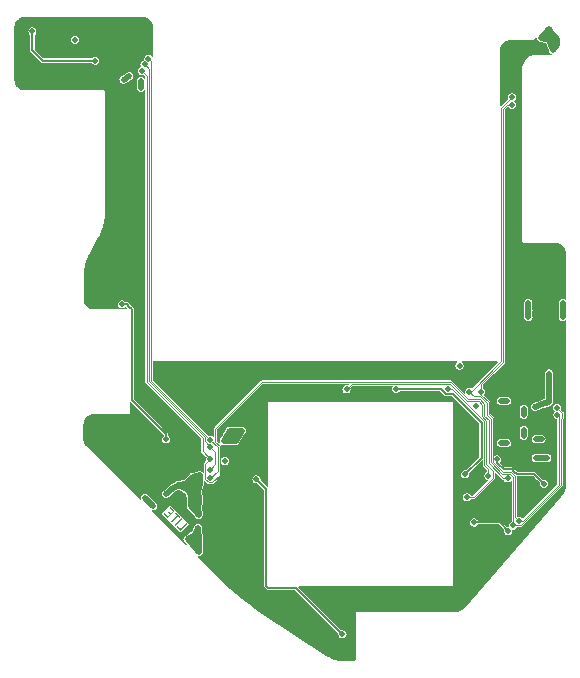
<source format=gbr>
%TF.GenerationSoftware,KiCad,Pcbnew,8.99.0-2194-gb3b7cbcab2*%
%TF.CreationDate,2024-09-04T20:13:09-04:00*%
%TF.ProjectId,thundervolt_lite,7468756e-6465-4727-966f-6c745f6c6974,rev?*%
%TF.SameCoordinates,PX85b368ePY7384544*%
%TF.FileFunction,Copper,L4,Bot*%
%TF.FilePolarity,Positive*%
%FSLAX46Y46*%
G04 Gerber Fmt 4.6, Leading zero omitted, Abs format (unit mm)*
G04 Created by KiCad (PCBNEW 8.99.0-2194-gb3b7cbcab2) date 2024-09-04 20:13:09*
%MOMM*%
%LPD*%
G01*
G04 APERTURE LIST*
%ADD10C,0.100000*%
%TA.AperFunction,NonConductor*%
%ADD11C,0.100000*%
%TD*%
%TA.AperFunction,ViaPad*%
%ADD12C,0.508000*%
%TD*%
%TA.AperFunction,Conductor*%
%ADD13C,0.127000*%
%TD*%
%TA.AperFunction,Conductor*%
%ADD14C,0.508000*%
%TD*%
%TA.AperFunction,Conductor*%
%ADD15C,0.200000*%
%TD*%
%TA.AperFunction,Conductor*%
%ADD16C,0.088900*%
%TD*%
G04 APERTURE END LIST*
D10*
D11*
G36*
X-6932170Y5160341D02*
G01*
X-6929147Y5175194D01*
X-6932126Y5190003D01*
X-6965761Y5227610D01*
X-6978627Y5236504D01*
X-6993523Y5239483D01*
X-7008376Y5236461D01*
X-7021243Y5227567D01*
X-7507453Y4741357D01*
X-7761719Y4995623D01*
X-7774542Y5004560D01*
X-7789222Y5007669D01*
X-7803859Y5004863D01*
X-7841638Y4971055D01*
X-7850273Y4958448D01*
X-7853080Y4943811D01*
X-7849971Y4929131D01*
X-7841854Y4915487D01*
X-7534179Y4607812D01*
X-7522262Y4599868D01*
X-7507453Y4596888D01*
X-7492600Y4599911D01*
X-7478740Y4607812D01*
X-6940071Y5146481D01*
X-6932170Y5160341D01*
G37*
G36*
X-7367388Y5595560D02*
G01*
X-7364366Y5610412D01*
X-7367388Y5625265D01*
X-7401972Y5663822D01*
X-7414839Y5672716D01*
X-7429692Y5675738D01*
X-7444544Y5672716D01*
X-7457411Y5663822D01*
X-7996080Y5125152D01*
X-8004975Y5112286D01*
X-8007997Y5097433D01*
X-8004975Y5082580D01*
X-7996080Y5069714D01*
X-7957524Y5035129D01*
X-7942671Y5032107D01*
X-7927818Y5035129D01*
X-7914952Y5044024D01*
X-7376283Y5582693D01*
X-7367388Y5595560D01*
G37*
G36*
X-7548038Y5774310D02*
G01*
X-7544930Y5789249D01*
X-7547823Y5804145D01*
X-7555983Y5817832D01*
X-7888355Y6150204D01*
X-7901222Y6159098D01*
X-7916161Y6161948D01*
X-7931100Y6158926D01*
X-7970131Y6123780D01*
X-7979198Y6110827D01*
X-7982264Y6095845D01*
X-7979371Y6080949D01*
X-7844833Y5942439D01*
X-8329143Y5458129D01*
X-8338038Y5445262D01*
X-8341017Y5430453D01*
X-8337995Y5415600D01*
X-8303410Y5377044D01*
X-8290544Y5368149D01*
X-8275691Y5365127D01*
X-8260881Y5368106D01*
X-8248058Y5376957D01*
X-7764482Y5860533D01*
X-7625972Y5725996D01*
X-7611076Y5723103D01*
X-7596137Y5726211D01*
X-7557062Y5761314D01*
X-7548038Y5774310D01*
G37*
G36*
X-8034810Y6261427D02*
G01*
X-8031787Y6276279D01*
X-8034766Y6291089D01*
X-8041934Y6303783D01*
X-8349609Y6611458D01*
X-8362432Y6620396D01*
X-8377199Y6623418D01*
X-8391922Y6620525D01*
X-8430047Y6586373D01*
X-8438812Y6573636D01*
X-8441704Y6558912D01*
X-8438682Y6544146D01*
X-8429745Y6531323D01*
X-8175478Y6277057D01*
X-8352329Y6100206D01*
X-8491789Y6235780D01*
X-8506555Y6238802D01*
X-8521322Y6235953D01*
X-8559403Y6201757D01*
X-8568211Y6189063D01*
X-8571061Y6174297D01*
X-8568039Y6159530D01*
X-8559101Y6146707D01*
X-8432465Y6020070D01*
X-8609315Y5843220D01*
X-8863581Y6097486D01*
X-8876405Y6106423D01*
X-8891085Y6109532D01*
X-8905722Y6106725D01*
X-8943501Y6072918D01*
X-8952136Y6060311D01*
X-8954943Y6045674D01*
X-8951834Y6030994D01*
X-8943717Y6017350D01*
X-8636042Y5709675D01*
X-8624125Y5701730D01*
X-8609315Y5698751D01*
X-8594506Y5701730D01*
X-8580646Y5709632D01*
X-8042668Y6247610D01*
X-8034810Y6261427D01*
G37*
D12*
%TO.N,Net-(D1-A)*%
X17347510Y5310746D03*
%TO.N,GND*%
X22382959Y8515768D03*
X-10752490Y11095707D03*
X20655510Y17559707D03*
X-11647205Y12353114D03*
X-12352490Y12395707D03*
X-21151976Y43631203D03*
X-13152490Y13195707D03*
X21832312Y4749794D03*
X16447510Y3885707D03*
X20655510Y18159707D03*
X6347510Y-904293D03*
X16047510Y1195707D03*
X15947510Y14085707D03*
X-15623653Y42252940D03*
X20555510Y10559707D03*
X-10552490Y10395707D03*
X-558043Y13117480D03*
X23821078Y14272199D03*
X17894886Y9656411D03*
X-1352490Y12295707D03*
X21659510Y27215707D03*
X-1234061Y10062371D03*
X19147510Y6895707D03*
X21859510Y25815707D03*
X-8381790Y9682595D03*
X-15448029Y42821808D03*
X-12752490Y12795707D03*
X18496981Y18582194D03*
X15947510Y6485707D03*
X-11417599Y11041712D03*
X7781569Y18383105D03*
X-12352490Y9195707D03*
X-8959291Y10612641D03*
X-14887631Y26822522D03*
X24059510Y27215707D03*
X21155510Y10159707D03*
X21859510Y26515707D03*
X21420510Y13784707D03*
X6808165Y-664608D03*
X10647510Y18085707D03*
X-13455943Y41526339D03*
X21755510Y10759707D03*
X23595586Y13297691D03*
X-15615408Y43760221D03*
X6347510Y-404293D03*
X-19269750Y43738105D03*
X-18139651Y42791265D03*
X-1452490Y11095707D03*
X-8992867Y9978061D03*
X16047510Y-1814293D03*
X-13153469Y41035029D03*
X24554120Y16771575D03*
X-8385073Y10794598D03*
X10847510Y-1914293D03*
X20055510Y17859707D03*
X-17849490Y42222397D03*
X20655510Y16359707D03*
X-9945845Y12281977D03*
X20259510Y45815707D03*
X11747510Y15985707D03*
X-12841535Y41519512D03*
X-11168457Y11698201D03*
X21755510Y10159707D03*
X-14874890Y26281017D03*
X-1483155Y14350540D03*
X-11152490Y10295707D03*
X20912510Y13276707D03*
X20859510Y45815707D03*
X16947510Y13985707D03*
X-13988429Y42499150D03*
X-15278935Y13224715D03*
X-14556357Y27364027D03*
X-16042527Y47776818D03*
X-2183589Y10458375D03*
X20555510Y11159707D03*
X19955510Y11159707D03*
X-21251242Y43027975D03*
X-1607368Y10509595D03*
X6800249Y-1175896D03*
X-14648441Y13258150D03*
X-16715573Y42214761D03*
X20655510Y16959707D03*
X-13981602Y43076011D03*
X-13212150Y27389510D03*
X24459510Y27715707D03*
X-13435463Y43130625D03*
X-16597737Y47095198D03*
X-16567994Y47615707D03*
X-17276805Y42390385D03*
X21155510Y10759707D03*
X3547510Y-404293D03*
X-11852490Y8695707D03*
X-19907340Y43730469D03*
X24554120Y15663023D03*
X-1952490Y12095707D03*
X-10414163Y11908507D03*
X-8463744Y10224235D03*
X23295586Y13764391D03*
X-18616889Y43741923D03*
X-13982999Y27383139D03*
X4947510Y-404293D03*
X20912510Y14292707D03*
X24138390Y12826867D03*
X-16177249Y42371295D03*
X-13135086Y44332132D03*
X-921997Y1748827D03*
X-8756615Y11219713D03*
X-852490Y11795707D03*
X8947510Y15885707D03*
X13747510Y-1914293D03*
X-20522022Y43741923D03*
X17047510Y11885707D03*
X-10397055Y8992642D03*
X-9453814Y12655446D03*
X19955510Y10559707D03*
X-16762034Y43753869D03*
X-11782621Y10528677D03*
X21247510Y6885707D03*
X6447510Y17785707D03*
X-7795043Y10912604D03*
X23795586Y13764391D03*
X22859510Y27715707D03*
X-9652490Y10695707D03*
X24859510Y27215707D03*
X-18174012Y43394493D03*
X-12652490Y13395707D03*
X22059510Y27715707D03*
X-11198036Y8343486D03*
X-1452490Y11695707D03*
X20055510Y17259707D03*
X23259510Y27215707D03*
X-12626051Y27389510D03*
X23659510Y27715707D03*
X-10952490Y9695707D03*
X24099292Y13354850D03*
X-12352490Y13895707D03*
X22459510Y27215707D03*
X15947510Y8585707D03*
X20912510Y13784707D03*
X-852490Y11195707D03*
X-3842453Y17486056D03*
X-15352490Y12595707D03*
X18947510Y16285707D03*
X20047510Y3795707D03*
%TO.N,+3V3*%
X21947510Y23285707D03*
X24847510Y22685707D03*
X24012044Y45299043D03*
X24847510Y23885707D03*
X23719736Y47120672D03*
X23967637Y46640744D03*
X24350952Y46252221D03*
X23696350Y16118007D03*
X23696350Y15518007D03*
X23675114Y46172003D03*
X21947510Y22685707D03*
X22982612Y46362366D03*
X22508002Y15108968D03*
X23696350Y16718007D03*
X23696350Y17318007D03*
X24847510Y23285707D03*
X23093356Y15304086D03*
X21947510Y23885707D03*
X23355410Y46726692D03*
X24346716Y45718441D03*
X23696350Y17918007D03*
%TO.N,+1V8*%
X-20052490Y46885707D03*
X16111722Y18594815D03*
X-14740490Y44415707D03*
X-16452490Y46185707D03*
%TO.N,+1V0*%
X-8729990Y12350469D03*
X-12452490Y23785707D03*
%TO.N,+1V15*%
X-1084343Y8952015D03*
X6197510Y-4164293D03*
%TO.N,SDA*%
X20553362Y41323876D03*
X20655658Y5053245D03*
X-5012197Y9771433D03*
X-4974828Y11708802D03*
X16947510Y16385707D03*
X-10552490Y44085707D03*
X24392037Y15016657D03*
%TO.N,SCL*%
X24404994Y14419895D03*
X-10224319Y44584302D03*
X-4974828Y12305705D03*
X20548203Y40682902D03*
X-4974828Y9108802D03*
X17947510Y16385707D03*
X21155658Y5453245D03*
%TO.N,EN*%
X-10774174Y43531497D03*
X20176763Y9056331D03*
X-4974828Y10708802D03*
%TO.N,VBAT*%
X22555510Y10759707D03*
X23555510Y10759707D03*
X-7665711Y8494501D03*
X-6452254Y3364329D03*
X22555510Y12359707D03*
X-5973853Y3728130D03*
X-5938849Y7275196D03*
X-5956351Y2794691D03*
X-6026359Y6598453D03*
X-12331076Y42793442D03*
X-2837313Y13083599D03*
X-6049695Y8010279D03*
X-10533059Y7367146D03*
X-5852490Y8595707D03*
X-5979687Y5945046D03*
X-11836425Y43095263D03*
X-6038027Y4854090D03*
X17547510Y15195707D03*
X-6452490Y8595707D03*
X-5852490Y9295707D03*
X-3852490Y12185707D03*
X-8722144Y7721876D03*
X-6732272Y7957773D03*
X-2852490Y12185707D03*
X-6656430Y6680129D03*
X-6306391Y4247355D03*
X23055510Y10759707D03*
X-8242906Y8139498D03*
X-3352490Y12185707D03*
X-3774828Y10508802D03*
X-6595884Y7316918D03*
X-7052490Y8595707D03*
X-3604193Y12632394D03*
X-6913126Y3885648D03*
X-3098987Y12632394D03*
X23055510Y12359707D03*
X-9818006Y6678382D03*
X-2326219Y13073168D03*
X-10852490Y42115707D03*
X-3348408Y13076645D03*
X-6452490Y9195707D03*
X-2598987Y12632394D03*
X-10859828Y42701881D03*
%TO.N,Net-(U4-LX2)*%
X21547510Y14927707D03*
X20136510Y15582707D03*
X19628510Y15582707D03*
X21547510Y14419707D03*
%TO.N,Net-(U4-LX1)*%
X19628510Y12026707D03*
X21547510Y12641707D03*
X20136510Y12026707D03*
X21547510Y13149707D03*
%TO.N,Net-(D1-A)*%
X20247510Y4585707D03*
%TO.N,+1V8_ALW*%
X19312660Y10647378D03*
X23247510Y8595707D03*
X16567510Y9395707D03*
X10759510Y16615707D03*
%TO.N,ALERT*%
X16755658Y7453245D03*
X6547510Y16585707D03*
%TO.N,SAFEMODE*%
X15126184Y16641502D03*
X18555658Y9253245D03*
%TD*%
D13*
%TO.N,Net-(D1-A)*%
X17347510Y5310746D02*
X19522471Y5310746D01*
X19522471Y5310746D02*
X20247510Y4585707D01*
D14*
%TO.N,+3V3*%
X23967637Y46640744D02*
X24012044Y45299043D01*
X24350952Y46252221D02*
X24346716Y45718441D01*
X22508002Y15108968D02*
X23093356Y15304086D01*
X23696350Y17918007D02*
X23696350Y15518007D01*
X22982612Y46362366D02*
X23675114Y46172003D01*
X23675114Y46172003D02*
X24012044Y45299043D01*
X21947510Y23885707D02*
X21947510Y22685707D01*
X22982612Y46362366D02*
X23719736Y47120672D01*
X24346716Y45718441D02*
X24012044Y45299043D01*
X23355410Y46726692D02*
X23675114Y46172003D01*
X23967637Y46640744D02*
X24350952Y46252221D01*
X23093356Y15304086D02*
X23696350Y15518007D01*
X23719736Y47120672D02*
X23967637Y46640744D01*
X24847510Y23885707D02*
X24847510Y22685707D01*
D15*
%TO.N,+1V8*%
X-20052490Y45285707D02*
X-19182490Y44415707D01*
X-19182490Y44415707D02*
X-14740490Y44415707D01*
X-20052490Y46885707D02*
X-20052490Y45285707D01*
%TO.N,+1V0*%
X-11625581Y15658798D02*
X-11625581Y16641235D01*
X-11625581Y16641235D02*
X-11625581Y23358798D01*
X-8729990Y12350469D02*
X-8729990Y12763207D01*
X-8729990Y12763207D02*
X-9152490Y13185707D01*
X-11625581Y23358798D02*
X-11852490Y23585707D01*
X-12052490Y23785707D02*
X-12452490Y23785707D01*
X-11852490Y23585707D02*
X-12052490Y23785707D01*
X-9152490Y13185707D02*
X-11625581Y15658798D01*
%TO.N,+1V15*%
X-252490Y-30353D02*
X-252490Y8120162D01*
X2247510Y-214293D02*
X-68550Y-214293D01*
X6197510Y-4164293D02*
X2247510Y-214293D01*
X-252490Y8120162D02*
X-1084343Y8952015D01*
X-68550Y-214293D02*
X-252490Y-30353D01*
D16*
%TO.N,SDA*%
X20655658Y5053245D02*
X21315048Y5053245D01*
X16947510Y16385707D02*
X17047510Y16385707D01*
X16947510Y16385707D02*
X17347510Y15985707D01*
X-10552490Y44085707D02*
X-10165918Y43699135D01*
X-10165918Y17245347D02*
X-5452490Y12531919D01*
X18747510Y10387155D02*
X19690984Y9443681D01*
X21315048Y5053245D02*
X24704304Y8442501D01*
X-5452490Y12185707D02*
X-5451733Y12185707D01*
D13*
X-10552490Y44085707D02*
X-10452490Y44085707D01*
D16*
X-5451733Y12185707D02*
X-4974828Y11708802D01*
X24792344Y14130541D02*
X24792344Y14616350D01*
X-5012197Y9771433D02*
X-4552490Y10231140D01*
X17850405Y15985707D02*
X18403109Y15433003D01*
X18747510Y14088603D02*
X18747510Y10387155D01*
X17047510Y16385707D02*
X19647510Y18985707D01*
X18403109Y14433004D02*
X18747510Y14088603D01*
X-4552490Y11286464D02*
X-4974828Y11708802D01*
X-10165918Y43699135D02*
X-10165918Y17245347D01*
X-4552490Y10231140D02*
X-4552490Y11286464D01*
X24704304Y14042501D02*
X24792344Y14130541D01*
X20655658Y9177559D02*
X20655658Y5053245D01*
X19690984Y9443681D02*
X20389536Y9443681D01*
X24792344Y14616350D02*
X24392037Y15016657D01*
X19647510Y18985707D02*
X19647510Y40418023D01*
X20389536Y9443681D02*
X20655658Y9177559D01*
X17347510Y15985707D02*
X17850405Y15985707D01*
X-5452490Y12531919D02*
X-5452490Y12185707D01*
X18403109Y15433003D02*
X18403109Y14433004D01*
X19647510Y40418023D02*
X20553362Y41323876D01*
X24704304Y8442501D02*
X24704304Y14042501D01*
%TO.N,SCL*%
X18925310Y14162250D02*
X18925310Y10460803D01*
X17947510Y16385707D02*
X17947510Y16140050D01*
X18925310Y10460803D02*
X19764632Y9621481D01*
X17947510Y17034259D02*
X19825310Y18912059D01*
X-10224319Y44584302D02*
X-9988118Y44348101D01*
X24404994Y14419895D02*
X24526504Y14298385D01*
X17947510Y16140050D02*
X18580909Y15506651D01*
X-4374690Y11705567D02*
X-4374690Y9708940D01*
X-4974828Y12305705D02*
X-4374690Y11705567D01*
X21463600Y5453245D02*
X21155658Y5453245D01*
X-4374690Y9708940D02*
X-4974828Y9108802D01*
X20833458Y5775445D02*
X21155658Y5453245D01*
X18580909Y15506651D02*
X18580909Y14506652D01*
X17947510Y16385707D02*
X17947510Y17034259D01*
X20463184Y9621481D02*
X20833458Y9251207D01*
X24526504Y8516149D02*
X21463600Y5453245D01*
X24526504Y14298385D02*
X24526504Y8516149D01*
X20833458Y9251207D02*
X20833458Y5775445D01*
X19825310Y40344376D02*
X20163836Y40682902D01*
X18580909Y14506652D02*
X18925310Y14162250D01*
X19825310Y18912059D02*
X19825310Y40344376D01*
X-9988118Y17318995D02*
X-4974828Y12305705D01*
X20163836Y40682902D02*
X20548203Y40682902D01*
X19764632Y9621481D02*
X20463184Y9621481D01*
X-9988118Y44348101D02*
X-9988118Y17318995D01*
%TO.N,EN*%
X16823808Y15760857D02*
X15378013Y17206652D01*
X-5135274Y8721452D02*
X-4814382Y8721452D01*
X-5630290Y12458271D02*
X-5630290Y11364264D01*
X18569710Y14014955D02*
X18225310Y14359355D01*
X18569710Y10313507D02*
X18569710Y14014955D01*
X-5399547Y10284083D02*
X-5399547Y8985725D01*
X-5399547Y8985725D02*
X-5135274Y8721452D01*
X18225310Y14359355D02*
X18225310Y15359355D01*
X-10343718Y17171699D02*
X-5630290Y12458271D01*
X-4552490Y12134815D02*
X-4552490Y13250566D01*
X-4974828Y10708802D02*
X-5399547Y10284083D01*
X18225310Y15359355D02*
X17823807Y15760857D01*
X-4196890Y9338944D02*
X-4196890Y11779215D01*
X17823807Y15760857D02*
X16823808Y15760857D01*
X-10343718Y43101041D02*
X-10343718Y17171699D01*
X20176763Y9056331D02*
X19826886Y9056331D01*
X15378013Y17206652D02*
X-596403Y17206652D01*
X-4196890Y11779215D02*
X-4552490Y12134815D01*
X-5630290Y11364264D02*
X-4974828Y10708802D01*
X19826886Y9056331D02*
X18569710Y10313507D01*
X-10774174Y43531497D02*
X-10343718Y43101041D01*
X-4814382Y8721452D02*
X-4196890Y9338944D01*
X-4552490Y13250566D02*
X-596403Y17206652D01*
D14*
%TO.N,VBAT*%
X-6732272Y7957773D02*
X-6595884Y7316918D01*
X-6656430Y6680129D02*
X-5979687Y5945046D01*
X-6049695Y8010279D02*
X-6732272Y7957773D01*
X-6452490Y9195707D02*
X-6049695Y8010279D01*
X-6026359Y6598453D02*
X-5979687Y5945046D01*
X-5970246Y7032394D02*
X-6026359Y6598453D01*
X-6732272Y7957773D02*
X-5970246Y7032394D01*
X-5852490Y9295707D02*
X-5852490Y8595707D01*
X-6452490Y9195707D02*
X-5852490Y9295707D01*
X-5938849Y7275196D02*
X-5970246Y7032394D01*
X-6913126Y3885648D02*
X-6452254Y3364329D01*
X-6038027Y4854090D02*
X-6306391Y4247355D01*
X-3352490Y12185707D02*
X-2837313Y13083599D01*
X-2326219Y13073168D02*
X-3348408Y13076645D01*
X-6038027Y4854090D02*
X-5973853Y3728130D01*
X-7052490Y8595707D02*
X-6732272Y7957773D01*
X-5852490Y9295707D02*
X-6732272Y7957773D01*
X-7665711Y8494501D02*
X-8242906Y8139498D01*
X-2852490Y12185707D02*
X-2326219Y13073168D01*
X-5956351Y2794691D02*
X-5973853Y3728130D01*
X-3852490Y12185707D02*
X-2852490Y12185707D01*
X-10533059Y7367146D02*
X-9818006Y6678382D01*
X-3348408Y13076645D02*
X-3852490Y12185707D01*
X-12331076Y42793442D02*
X-11836425Y43095263D01*
X-6306391Y4247355D02*
X-6452254Y3364329D01*
X-5852490Y8595707D02*
X-6049695Y8010279D01*
X-7052490Y8595707D02*
X-6452490Y9195707D01*
X-8722144Y7721876D02*
X-8242906Y8139498D01*
X-6595884Y7316918D02*
X-6026359Y6598453D01*
X-6049695Y8010279D02*
X-5938849Y7275196D01*
X22555510Y10759707D02*
X23555510Y10759707D01*
X-7052490Y8595707D02*
X-6452490Y8595707D01*
X-6306391Y4247355D02*
X-6913126Y3885648D01*
X-6656430Y6680129D02*
X-6595884Y7316918D01*
X-6452254Y3364329D02*
X-5956351Y2794691D01*
X-7665711Y8494501D02*
X-7052490Y8595707D01*
X22555510Y12359707D02*
X23055510Y12359707D01*
X-6306391Y4247355D02*
X-5973853Y3728130D01*
X-10859828Y42701881D02*
X-10852490Y42115707D01*
X-7665711Y8494501D02*
X-6732272Y7957773D01*
%TO.N,Net-(U4-LX2)*%
X21547510Y14927707D02*
X21547510Y14419707D01*
X19628510Y15582707D02*
X20136510Y15582707D01*
%TO.N,Net-(U4-LX1)*%
X21547510Y13149707D02*
X21547510Y12641707D01*
X20136510Y12026707D02*
X19628510Y12026707D01*
D15*
%TO.N,+1V8_ALW*%
X17980760Y13771002D02*
X15566056Y16185707D01*
D13*
X23247510Y8595707D02*
X22647510Y9195707D01*
X20757428Y9605625D02*
X20544722Y9818331D01*
X22447510Y9395707D02*
X21047510Y9395707D01*
X19408152Y10256349D02*
X19312660Y10351841D01*
D15*
X14517510Y16615707D02*
X10759510Y16615707D01*
D13*
X19312660Y10351841D02*
X19312660Y10647378D01*
D15*
X15566056Y16185707D02*
X14947510Y16185707D01*
X17980760Y10808957D02*
X17980760Y13771002D01*
D13*
X20967346Y9395707D02*
X20757428Y9605625D01*
X19846170Y9818331D02*
X19408152Y10256349D01*
D15*
X14947510Y16185707D02*
X14517510Y16615707D01*
D13*
X20247510Y9818331D02*
X19846170Y9818331D01*
X22647510Y9195707D02*
X22447510Y9395707D01*
D15*
X16567510Y9395707D02*
X17980760Y10808957D01*
D13*
X21047510Y9395707D02*
X20967346Y9395707D01*
X20544722Y9818331D02*
X20247510Y9818331D01*
D16*
%TO.N,ALERT*%
X18947510Y9684259D02*
X18947510Y9095707D01*
X18391910Y13941307D02*
X18391910Y10239859D01*
X15304365Y17028852D02*
X16750160Y15583057D01*
X17750160Y15583057D02*
X18047510Y15285707D01*
X18047510Y14285707D02*
X18391910Y13941307D01*
X18391910Y10239859D02*
X18947510Y9684259D01*
X6547510Y16585707D02*
X6990655Y17028852D01*
X16750160Y15583057D02*
X17750160Y15583057D01*
X18947510Y9095707D02*
X17305048Y7453245D01*
X17305048Y7453245D02*
X16755658Y7453245D01*
X18047510Y15285707D02*
X18047510Y14285707D01*
X6990655Y17028852D02*
X15304365Y17028852D01*
%TO.N,SAFEMODE*%
X15440267Y16641502D02*
X15126184Y16641502D01*
X18214110Y13867659D02*
X15440267Y16641502D01*
X18214110Y10164764D02*
X18214110Y13867659D01*
X18555658Y9823216D02*
X18214110Y10164764D01*
X18555658Y9253245D02*
X18555658Y9823216D01*
%TD*%
%TA.AperFunction,Conductor*%
%TO.N,GND*%
G36*
X-10782584Y48130864D02*
G01*
X-10776162Y48130865D01*
X-10776160Y48130863D01*
X-10751363Y48130865D01*
X-10747109Y48130657D01*
X-10577995Y48114011D01*
X-10569649Y48112352D01*
X-10409077Y48063653D01*
X-10401210Y48060393D01*
X-10253241Y47981311D01*
X-10246158Y47976579D01*
X-10116457Y47870145D01*
X-10110434Y47864123D01*
X-10003989Y47734429D01*
X-9999256Y47727346D01*
X-9920162Y47579379D01*
X-9916902Y47571510D01*
X-9868194Y47410952D01*
X-9866532Y47402597D01*
X-9849947Y47234228D01*
X-9849738Y47229969D01*
X-9849738Y44784465D01*
X-9862464Y44753741D01*
X-9893188Y44741015D01*
X-9923912Y44753741D01*
X-9930817Y44762740D01*
X-9957202Y44808440D01*
X-10049970Y44886282D01*
X-10049972Y44886283D01*
X-10163766Y44927702D01*
X-10163768Y44927702D01*
X-10284870Y44927702D01*
X-10284872Y44927702D01*
X-10398666Y44886283D01*
X-10491436Y44808440D01*
X-10551988Y44703562D01*
X-10573016Y44584302D01*
X-10554643Y44480102D01*
X-10561841Y44447635D01*
X-10589888Y44429767D01*
X-10597433Y44429107D01*
X-10613043Y44429107D01*
X-10726837Y44387688D01*
X-10819607Y44309845D01*
X-10880159Y44204967D01*
X-10901187Y44085707D01*
X-10880159Y43966448D01*
X-10854482Y43921974D01*
X-10850142Y43889003D01*
X-10870386Y43862620D01*
X-10877249Y43859420D01*
X-10948522Y43833478D01*
X-11041291Y43755635D01*
X-11101843Y43650757D01*
X-11122871Y43531497D01*
X-11101843Y43412238D01*
X-11101843Y43412237D01*
X-11101842Y43412236D01*
X-11041291Y43307359D01*
X-10948523Y43229517D01*
X-10907328Y43214523D01*
X-10834728Y43188098D01*
X-10834727Y43188097D01*
X-10834725Y43188097D01*
X-10713622Y43188097D01*
X-10690482Y43196521D01*
X-10671045Y43203595D01*
X-10637821Y43202146D01*
X-10625459Y43193490D01*
X-10490294Y43058325D01*
X-10487488Y43051549D01*
X-10481989Y43046696D01*
X-10477568Y43027601D01*
X-10477568Y42888990D01*
X-10490294Y42858266D01*
X-10521018Y42845540D01*
X-10551742Y42858266D01*
X-10558371Y42866794D01*
X-10563398Y42875254D01*
X-10563674Y42875725D01*
X-10592711Y42926019D01*
X-10628027Y42955653D01*
X-10630415Y42957814D01*
X-10634213Y42961518D01*
X-10652432Y42979287D01*
X-10660219Y42983654D01*
X-10666891Y42988264D01*
X-10685479Y43003861D01*
X-10712866Y43013830D01*
X-10712866Y43013831D01*
X-10716187Y43015040D01*
X-10731297Y43023513D01*
X-10758481Y43030434D01*
X-10760525Y43031178D01*
X-10760529Y43031179D01*
X-10799276Y43045281D01*
X-10799277Y43045281D01*
X-10816804Y43045281D01*
X-10818921Y43045820D01*
X-10861970Y43045281D01*
X-10920379Y43045281D01*
X-10920380Y43045281D01*
X-10963687Y43029521D01*
X-10963686Y43029520D01*
X-10965223Y43028961D01*
X-10996370Y43020195D01*
X-11007549Y43013553D01*
X-11011379Y43012160D01*
X-11011379Y43012159D01*
X-11034176Y43003862D01*
X-11056500Y42985130D01*
X-11056501Y42985131D01*
X-11059210Y42982858D01*
X-11074103Y42974008D01*
X-11093695Y42953921D01*
X-11095360Y42952523D01*
X-11126942Y42926023D01*
X-11126945Y42926020D01*
X-11133216Y42915160D01*
X-11133217Y42915161D01*
X-11135713Y42910839D01*
X-11137234Y42909277D01*
X-11158278Y42871753D01*
X-11158417Y42871512D01*
X-11158451Y42871451D01*
X-11187496Y42821143D01*
X-11195499Y42775760D01*
X-11195782Y42774156D01*
X-11203767Y42742788D01*
X-11203606Y42729791D01*
X-11204313Y42725776D01*
X-11208525Y42701883D01*
X-11208525Y42701881D01*
X-11203466Y42673186D01*
X-11202809Y42666186D01*
X-11200357Y42470323D01*
X-11196267Y42143615D01*
X-11201187Y42115707D01*
X-11195516Y42083541D01*
X-11195471Y42080011D01*
X-11195470Y42080010D01*
X-11195297Y42066202D01*
X-11188283Y42041274D01*
X-11187319Y42037052D01*
X-11180158Y41996446D01*
X-11171397Y41981271D01*
X-11170804Y41979165D01*
X-11148838Y41942194D01*
X-11148668Y41941901D01*
X-11119607Y41891569D01*
X-11084306Y41861947D01*
X-11083056Y41860899D01*
X-11059886Y41838301D01*
X-11048552Y41831946D01*
X-11045434Y41829329D01*
X-11045427Y41829324D01*
X-11026839Y41813727D01*
X-10999457Y41803760D01*
X-10999456Y41803760D01*
X-10996138Y41802553D01*
X-10981021Y41794075D01*
X-10953826Y41787152D01*
X-10927447Y41777551D01*
X-10913042Y41772307D01*
X-10913041Y41772307D01*
X-10895514Y41772307D01*
X-10893397Y41771768D01*
X-10850348Y41772307D01*
X-10791939Y41772307D01*
X-10791938Y41772307D01*
X-10782423Y41775771D01*
X-10747110Y41788625D01*
X-10715948Y41797393D01*
X-10704771Y41804035D01*
X-10678141Y41813727D01*
X-10653114Y41834728D01*
X-10638215Y41843580D01*
X-10618622Y41863670D01*
X-10585373Y41891569D01*
X-10578938Y41902717D01*
X-10576571Y41906788D01*
X-10575084Y41908311D01*
X-10558743Y41937453D01*
X-10558581Y41937730D01*
X-10545604Y41947626D01*
X-10532789Y41957716D01*
X-10532427Y41957673D01*
X-10532137Y41957894D01*
X-10515964Y41955716D01*
X-10499766Y41953789D01*
X-10499541Y41953503D01*
X-10499179Y41953454D01*
X-10489284Y41940477D01*
X-10479193Y41927662D01*
X-10479123Y41927151D01*
X-10479015Y41927010D01*
X-10479059Y41926688D01*
X-10477568Y41915891D01*
X-10477568Y17198323D01*
X-10477568Y17145075D01*
X-10457190Y17095879D01*
X-10457189Y17095878D01*
X-5776866Y12415555D01*
X-5764140Y12384831D01*
X-5764140Y11390888D01*
X-5764140Y11337640D01*
X-5743762Y11288444D01*
X-5743761Y11288443D01*
X-5315625Y10860307D01*
X-5302899Y10829583D01*
X-5303559Y10822038D01*
X-5323525Y10708803D01*
X-5303559Y10595568D01*
X-5310757Y10563101D01*
X-5315625Y10557299D01*
X-5475367Y10397555D01*
X-5513018Y10359905D01*
X-5513019Y10359904D01*
X-5513019Y10359903D01*
X-5529049Y10321202D01*
X-5533397Y10310706D01*
X-5533397Y9569541D01*
X-5533469Y9569369D01*
X-5533398Y9569195D01*
X-5539825Y9554024D01*
X-5546123Y9538817D01*
X-5546296Y9538746D01*
X-5546369Y9538573D01*
X-5561663Y9532381D01*
X-5576847Y9526091D01*
X-5577020Y9526163D01*
X-5577193Y9526092D01*
X-5579462Y9527174D01*
X-5607571Y9538817D01*
X-5607815Y9539063D01*
X-5609165Y9540435D01*
X-5616105Y9548865D01*
X-5620676Y9552130D01*
X-5623321Y9554818D01*
X-5623482Y9555214D01*
X-5624803Y9556401D01*
X-5624838Y9556440D01*
X-5626043Y9557794D01*
X-5630790Y9560916D01*
X-5637632Y9566490D01*
X-5641636Y9570493D01*
X-5641637Y9570494D01*
X-5641638Y9570495D01*
X-5651483Y9576180D01*
X-5657682Y9580521D01*
X-5678141Y9597687D01*
X-5692565Y9602937D01*
X-5694918Y9603873D01*
X-5698410Y9605380D01*
X-5701591Y9607472D01*
X-5708774Y9609852D01*
X-5710524Y9610607D01*
X-5710939Y9611034D01*
X-5715031Y9612870D01*
X-5719940Y9615704D01*
X-5719943Y9615705D01*
X-5745543Y9622565D01*
X-5748961Y9623634D01*
X-5749288Y9623751D01*
X-5774354Y9633142D01*
X-5775899Y9633293D01*
X-5779933Y9634739D01*
X-5779954Y9634758D01*
X-5780127Y9634809D01*
X-5791937Y9639107D01*
X-5791939Y9639107D01*
X-5833783Y9639107D01*
X-5835830Y9639155D01*
X-5836896Y9639206D01*
X-5864351Y9641867D01*
X-5870743Y9640802D01*
X-5875368Y9641020D01*
X-5875464Y9641065D01*
X-5875837Y9641045D01*
X-5877689Y9641153D01*
X-5877691Y9641153D01*
X-5883237Y9640006D01*
X-5892030Y9639107D01*
X-5913044Y9639107D01*
X-5936419Y9630600D01*
X-5944135Y9628571D01*
X-6477362Y9539698D01*
X-6477363Y9539698D01*
X-6480909Y9539107D01*
X-6513041Y9539107D01*
X-6540178Y9529231D01*
X-6544138Y9528570D01*
X-6544139Y9528571D01*
X-6553531Y9527005D01*
X-6553541Y9527001D01*
X-6565551Y9521539D01*
X-6567916Y9520546D01*
X-6570069Y9519717D01*
X-6585038Y9515705D01*
X-6594187Y9510424D01*
X-6597350Y9509205D01*
X-6597664Y9509213D01*
X-6598989Y9508612D01*
X-6605768Y9506308D01*
X-6605773Y9506307D01*
X-6605775Y9506305D01*
X-6605778Y9506304D01*
X-6608327Y9505045D01*
X-6608392Y9505177D01*
X-6613823Y9502426D01*
X-6626831Y9497691D01*
X-6626837Y9497688D01*
X-6647296Y9480522D01*
X-6649413Y9478856D01*
X-6651384Y9477401D01*
X-6663343Y9470495D01*
X-6670706Y9463133D01*
X-6673325Y9461199D01*
X-6673664Y9461115D01*
X-6674979Y9460035D01*
X-6680943Y9456047D01*
X-6689996Y9445719D01*
X-6694282Y9441466D01*
X-6694685Y9441120D01*
X-6705648Y9432092D01*
X-6706459Y9430959D01*
X-6709517Y9428319D01*
X-6709589Y9428296D01*
X-6709973Y9427931D01*
X-6719606Y9419848D01*
X-6719607Y9419846D01*
X-6724416Y9411517D01*
X-6731320Y9402520D01*
X-7207412Y8926428D01*
X-7231061Y8914282D01*
X-7690344Y8838481D01*
X-7693859Y8837901D01*
X-7726262Y8837901D01*
X-7753140Y8828119D01*
X-7757125Y8827461D01*
X-7757130Y8827460D01*
X-7766235Y8825956D01*
X-7778855Y8820240D01*
X-7783212Y8818542D01*
X-7784324Y8818177D01*
X-7798823Y8814264D01*
X-7802223Y8812294D01*
X-7806524Y8810880D01*
X-7806658Y8810891D01*
X-7807103Y8810691D01*
X-7812170Y8807575D01*
X-7820067Y8803758D01*
X-7840059Y8796481D01*
X-7840064Y8796478D01*
X-7860782Y8779096D01*
X-7864733Y8776146D01*
X-7865818Y8775429D01*
X-7877048Y8768917D01*
X-7879738Y8766219D01*
X-7883424Y8763780D01*
X-7883735Y8763720D01*
X-7884636Y8763007D01*
X-8389363Y8452574D01*
X-8397263Y8448755D01*
X-8417254Y8441478D01*
X-8427433Y8432937D01*
X-8428231Y8432284D01*
X-8431970Y8429296D01*
X-8434429Y8428092D01*
X-8445025Y8418860D01*
X-8445758Y8418273D01*
X-8446073Y8418182D01*
X-8450124Y8415203D01*
X-8461317Y8408319D01*
X-8461319Y8408317D01*
X-8477081Y8391655D01*
X-8480714Y8388232D01*
X-8510026Y8363635D01*
X-8512275Y8360954D01*
X-8517009Y8356131D01*
X-8945062Y7983114D01*
X-8945678Y7982587D01*
X-8989262Y7946014D01*
X-9012895Y7905083D01*
X-9012894Y7905082D01*
X-9013641Y7903788D01*
X-9032304Y7876045D01*
X-9036175Y7864760D01*
X-9038283Y7861108D01*
X-9038285Y7861108D01*
X-9049812Y7841141D01*
X-9049812Y7841139D01*
X-9055083Y7811252D01*
X-9055084Y7811253D01*
X-9055675Y7807907D01*
X-9061637Y7790516D01*
X-9063488Y7763588D01*
X-9063889Y7761310D01*
X-9070841Y7721877D01*
X-9070841Y7721875D01*
X-9068533Y7708784D01*
X-9067612Y7703556D01*
X-9067834Y7700309D01*
X-9059773Y7659100D01*
X-9059699Y7658684D01*
X-9049813Y7602615D01*
X-9026177Y7561676D01*
X-9025432Y7560385D01*
X-9010738Y7530353D01*
X-9002899Y7521358D01*
X-9000793Y7517710D01*
X-8989263Y7497740D01*
X-8989262Y7497739D01*
X-8989261Y7497738D01*
X-8963423Y7476057D01*
X-8951335Y7462186D01*
X-8928926Y7447111D01*
X-8896493Y7419896D01*
X-8879018Y7413536D01*
X-8876313Y7411716D01*
X-8836591Y7398093D01*
X-8782695Y7378476D01*
X-8733912Y7378476D01*
X-8700577Y7376186D01*
X-8688872Y7378476D01*
X-8661593Y7378476D01*
X-8629892Y7390015D01*
X-8611841Y7393546D01*
X-8587583Y7405415D01*
X-8547795Y7419896D01*
X-8533551Y7431849D01*
X-8530621Y7433282D01*
X-8498920Y7460908D01*
X-8455027Y7497738D01*
X-8455024Y7497744D01*
X-8452781Y7500416D01*
X-8448043Y7505245D01*
X-8041469Y7859546D01*
X-8035697Y7863791D01*
X-7681817Y8081444D01*
X-7648982Y8086699D01*
X-7637400Y8082102D01*
X-7053063Y7746107D01*
X-7032772Y7719761D01*
X-7032224Y7717485D01*
X-6944118Y7303493D01*
X-6943361Y7290336D01*
X-6994462Y6752887D01*
X-6994570Y6751878D01*
X-6995046Y6747873D01*
X-6997670Y6739478D01*
X-6998540Y6718438D01*
X-6998738Y6716768D01*
X-6998856Y6716560D01*
X-6999095Y6714346D01*
X-7005127Y6680130D01*
X-7005127Y6680129D01*
X-7001890Y6661768D01*
X-7001880Y6661711D01*
X-7001075Y6657105D01*
X-7001403Y6649136D01*
X-6993555Y6614120D01*
X-6993377Y6613103D01*
X-6993381Y6613087D01*
X-6993332Y6612839D01*
X-6987538Y6578465D01*
X-6987533Y6578451D01*
X-6986286Y6573268D01*
X-6984098Y6560868D01*
X-6962998Y6524320D01*
X-6962337Y6523133D01*
X-6961680Y6521908D01*
X-6949942Y6496233D01*
X-6944150Y6489224D01*
X-6942108Y6485416D01*
X-6942099Y6485325D01*
X-6941907Y6485036D01*
X-6939690Y6480801D01*
X-6938071Y6479043D01*
X-6932411Y6471343D01*
X-6923547Y6455991D01*
X-6904214Y6439768D01*
X-6901738Y6437523D01*
X-6900107Y6435925D01*
X-6892345Y6426533D01*
X-6885676Y6421789D01*
X-6883243Y6419405D01*
X-6883083Y6419029D01*
X-6881684Y6417796D01*
X-6309831Y5796645D01*
X-6261330Y5743963D01*
X-6255668Y5736260D01*
X-6246804Y5720908D01*
X-6219497Y5697994D01*
X-6219210Y5697752D01*
X-6217231Y5696062D01*
X-6201705Y5679198D01*
X-6185326Y5668817D01*
X-6182983Y5666816D01*
X-6182960Y5666770D01*
X-6182747Y5666612D01*
X-6172894Y5658073D01*
X-6170425Y5655933D01*
X-6168047Y5654364D01*
X-6168208Y5654121D01*
X-6163810Y5651267D01*
X-6154036Y5643066D01*
X-6142051Y5638704D01*
X-6136522Y5636692D01*
X-6135308Y5636229D01*
X-6131541Y5634729D01*
X-6125333Y5630794D01*
X-6108215Y5625441D01*
X-6106676Y5624828D01*
X-6106451Y5624609D01*
X-6103760Y5623541D01*
X-6089100Y5616418D01*
X-6089099Y5616417D01*
X-6074886Y5613677D01*
X-6068249Y5611842D01*
X-6040239Y5601646D01*
X-6040238Y5601646D01*
X-6016647Y5601646D01*
X-6016068Y5601642D01*
X-6012210Y5601591D01*
X-6000315Y5599297D01*
X-5975124Y5601097D01*
X-5973281Y5601072D01*
X-5973167Y5601023D01*
X-5972070Y5601039D01*
X-5952113Y5600215D01*
X-5948695Y5600073D01*
X-5948695Y5600074D01*
X-5948694Y5600073D01*
X-5947184Y5600412D01*
X-5946369Y5600594D01*
X-5936866Y5601646D01*
X-5919135Y5601646D01*
X-5910014Y5604967D01*
X-5885424Y5613918D01*
X-5885286Y5613967D01*
X-5882838Y5614835D01*
X-5860464Y5619848D01*
X-5843279Y5628847D01*
X-5840428Y5629857D01*
X-5840377Y5629874D01*
X-5840326Y5629872D01*
X-5840090Y5629974D01*
X-5824678Y5635305D01*
X-5824676Y5635307D01*
X-5822132Y5636580D01*
X-5821999Y5636313D01*
X-5817322Y5638704D01*
X-5805343Y5643064D01*
X-5805341Y5643065D01*
X-5805342Y5643065D01*
X-5805338Y5643066D01*
X-5791017Y5655085D01*
X-5790057Y5655865D01*
X-5786877Y5658376D01*
X-5780359Y5661787D01*
X-5767158Y5673942D01*
X-5765859Y5674967D01*
X-5765556Y5675053D01*
X-5763286Y5676849D01*
X-5757931Y5680473D01*
X-5749793Y5685979D01*
X-5740314Y5696918D01*
X-5735406Y5701747D01*
X-5712570Y5720908D01*
X-5700774Y5741340D01*
X-5700480Y5741841D01*
X-5698507Y5745156D01*
X-5690575Y5754307D01*
X-5679544Y5777011D01*
X-5678605Y5778588D01*
X-5678506Y5778663D01*
X-5677969Y5779624D01*
X-5677003Y5781148D01*
X-5665435Y5799399D01*
X-5664722Y5801681D01*
X-5660882Y5810436D01*
X-5652019Y5825785D01*
X-5645818Y5860958D01*
X-5645763Y5861262D01*
X-5645289Y5863824D01*
X-5638447Y5885697D01*
X-5637648Y5905065D01*
X-5637085Y5908101D01*
X-5637058Y5908144D01*
X-5637026Y5908414D01*
X-5633939Y5924418D01*
X-5633940Y5924427D01*
X-5633769Y5927270D01*
X-5633475Y5927253D01*
X-5633205Y5932489D01*
X-5630990Y5945046D01*
X-5634236Y5963450D01*
X-5634434Y5964685D01*
X-5635019Y5968694D01*
X-5634714Y5976039D01*
X-5638641Y5993558D01*
X-5638877Y5995179D01*
X-5638800Y5995484D01*
X-5639220Y5998338D01*
X-5680428Y6575254D01*
X-5679879Y6585887D01*
X-5677662Y6598453D01*
X-5677917Y6599894D01*
X-5678218Y6613013D01*
X-5678091Y6613991D01*
X-5635391Y6944201D01*
X-5635233Y6945426D01*
X-5634762Y6949075D01*
X-5632801Y6954306D01*
X-5628980Y6993781D01*
X-5604401Y7183865D01*
X-5603074Y7189012D01*
X-5603351Y7189080D01*
X-5602668Y7191841D01*
X-5602665Y7191846D01*
X-5598958Y7224775D01*
X-5598572Y7227449D01*
X-5590152Y7275196D01*
X-5599284Y7326977D01*
X-5599442Y7327945D01*
X-5599498Y7328312D01*
X-5604495Y7365611D01*
X-5605588Y7368232D01*
X-5606321Y7373036D01*
X-5606390Y7373493D01*
X-5606386Y7373509D01*
X-5606400Y7373559D01*
X-5696184Y7968970D01*
X-5694397Y7989319D01*
X-5685634Y8015331D01*
X-5539365Y8449551D01*
X-5535815Y8457406D01*
X-5532492Y8463160D01*
X-5532492Y8463162D01*
X-5529633Y8468114D01*
X-5529633Y8468115D01*
X-5524822Y8476446D01*
X-5519369Y8507373D01*
X-5518883Y8509738D01*
X-5518412Y8511749D01*
X-5512625Y8528927D01*
X-5511977Y8539205D01*
X-5511146Y8542747D01*
X-5510996Y8542958D01*
X-5510812Y8544075D01*
X-5509090Y8550498D01*
X-5509090Y8561866D01*
X-5508430Y8569411D01*
X-5503793Y8595707D01*
X-5506295Y8609894D01*
X-5506602Y8611923D01*
X-5507122Y8616014D01*
X-5506922Y8619166D01*
X-5508547Y8627235D01*
X-5508744Y8628790D01*
X-5508598Y8629327D01*
X-5509090Y8634264D01*
X-5509090Y8801078D01*
X-5496364Y8831802D01*
X-5465640Y8844528D01*
X-5434917Y8831803D01*
X-5211095Y8607980D01*
X-5196686Y8602012D01*
X-5161898Y8587602D01*
X-5161897Y8587602D01*
X-4787760Y8587602D01*
X-4787758Y8587602D01*
X-4738562Y8607980D01*
X-4456451Y8890091D01*
X-4394526Y8952015D01*
X-1433040Y8952015D01*
X-1412012Y8832756D01*
X-1412012Y8832755D01*
X-1412011Y8832754D01*
X-1351460Y8727877D01*
X-1258692Y8650035D01*
X-1215362Y8634264D01*
X-1144897Y8608616D01*
X-1144896Y8608615D01*
X-1026793Y8608615D01*
X-996069Y8595889D01*
X-454616Y8054436D01*
X-441890Y8023712D01*
X-441890Y10831D01*
X-441891Y10817D01*
X-441891Y7321D01*
X-441891Y-68027D01*
X-421502Y-117250D01*
X-417279Y-127445D01*
X-413057Y-137639D01*
X-413056Y-137640D01*
X-359777Y-190919D01*
X-359776Y-190919D01*
X-229117Y-321578D01*
X-229116Y-321580D01*
X-175837Y-374859D01*
X-106224Y-403693D01*
X-30876Y-403693D01*
X2151060Y-403693D01*
X2181784Y-416419D01*
X5844937Y-4079572D01*
X5857663Y-4110296D01*
X5857003Y-4117840D01*
X5848813Y-4164292D01*
X5869841Y-4283552D01*
X5869841Y-4283553D01*
X5869842Y-4283554D01*
X5930393Y-4388431D01*
X6023161Y-4466273D01*
X6114009Y-4499339D01*
X6136956Y-4507692D01*
X6136957Y-4507693D01*
X6136959Y-4507693D01*
X6258063Y-4507693D01*
X6258063Y-4507692D01*
X6371859Y-4466273D01*
X6464627Y-4388431D01*
X6525178Y-4283554D01*
X6546207Y-4164293D01*
X6525178Y-4045032D01*
X6464627Y-3940155D01*
X6371859Y-3862313D01*
X6371857Y-3862312D01*
X6258063Y-3820893D01*
X6258061Y-3820893D01*
X6139960Y-3820893D01*
X6109236Y-3808167D01*
X2475743Y-174674D01*
X2463017Y-143950D01*
X2475743Y-113226D01*
X2506467Y-100500D01*
X15517235Y-100500D01*
X15517236Y-100500D01*
X15554174Y-85200D01*
X15582445Y-56929D01*
X15597745Y-19991D01*
X15597745Y15384535D01*
X15597751Y15384549D01*
X15597745Y15406379D01*
X15597745Y15424502D01*
X15597745Y15424506D01*
X15597739Y15424534D01*
X15592359Y15437510D01*
X15589257Y15444993D01*
X15582445Y15461440D01*
X15582442Y15461443D01*
X15582439Y15461451D01*
X15582434Y15461459D01*
X15582430Y15461465D01*
X15566531Y15477354D01*
X15566522Y15477363D01*
X15554174Y15489711D01*
X15554162Y15489716D01*
X15554150Y15489728D01*
X15533613Y15498228D01*
X15533603Y15498232D01*
X15517231Y15505014D01*
X15517213Y15505017D01*
X15517207Y15505017D01*
X15499540Y15505012D01*
X15496595Y15505011D01*
X15477254Y15505011D01*
X15477242Y15505007D01*
X15473496Y15505006D01*
X15473496Y15505005D01*
X591Y15500500D01*
X-19993Y15500500D01*
X-20012Y15500497D01*
X-20020Y15500495D01*
X-20020Y15500494D01*
X-37564Y15493222D01*
X-56932Y15485200D01*
X-56951Y15485187D01*
X-70940Y15471192D01*
X-71082Y15471049D01*
X-71086Y15471044D01*
X-85200Y15456929D01*
X-85206Y15456916D01*
X-85217Y15456904D01*
X-85353Y15456577D01*
X-85353Y15456576D01*
X-87222Y15452060D01*
X-93244Y15437510D01*
X-100500Y15419991D01*
X-100500Y15419977D01*
X-100506Y15419962D01*
X-100506Y15419858D01*
X-100506Y15419857D01*
X-100500Y15399971D01*
X-100500Y8340922D01*
X-113226Y8310198D01*
X-143950Y8297472D01*
X-174674Y8310198D01*
X-731772Y8867296D01*
X-744498Y8898020D01*
X-743840Y8905552D01*
X-735646Y8952015D01*
X-756675Y9071276D01*
X-817226Y9176153D01*
X-909994Y9253995D01*
X-909996Y9253996D01*
X-1023790Y9295415D01*
X-1023792Y9295415D01*
X-1144894Y9295415D01*
X-1144896Y9295415D01*
X-1258690Y9253996D01*
X-1351460Y9176153D01*
X-1412012Y9071275D01*
X-1433040Y8952015D01*
X-4394526Y8952015D01*
X-4360001Y8986540D01*
X-4224210Y9122331D01*
X-4083417Y9263124D01*
X-4063040Y9312320D01*
X-4063040Y9365568D01*
X-4063040Y10209186D01*
X-4050314Y10239910D01*
X-4019590Y10252636D01*
X-3991663Y10242472D01*
X-3949177Y10206822D01*
X-3906773Y10191388D01*
X-3835382Y10165403D01*
X-3835381Y10165402D01*
X-3835379Y10165402D01*
X-3714275Y10165402D01*
X-3714275Y10165403D01*
X-3600479Y10206822D01*
X-3507711Y10284664D01*
X-3447160Y10389541D01*
X-3426131Y10508802D01*
X-3447160Y10628063D01*
X-3507711Y10732940D01*
X-3600479Y10810782D01*
X-3600481Y10810783D01*
X-3714275Y10852202D01*
X-3714277Y10852202D01*
X-3835379Y10852202D01*
X-3835381Y10852202D01*
X-3949175Y10810783D01*
X-3991661Y10775133D01*
X-4023377Y10765133D01*
X-4052875Y10780489D01*
X-4063040Y10808418D01*
X-4063040Y11805838D01*
X-4063041Y11805841D01*
X-4069667Y11821838D01*
X-4069668Y11837594D01*
X-4070355Y11853325D01*
X-4069668Y11854075D01*
X-4069668Y11855093D01*
X-4058526Y11866236D01*
X-4047889Y11877844D01*
X-4046873Y11877889D01*
X-4046153Y11878608D01*
X-4014666Y11879296D01*
X-4001746Y11874594D01*
X-3994883Y11871394D01*
X-3985037Y11865709D01*
X-3985035Y11865709D01*
X-3984620Y11865536D01*
X-3984499Y11865477D01*
X-3983796Y11865193D01*
X-3983791Y11865191D01*
X-3982677Y11864741D01*
X-3982674Y11864740D01*
X-3982246Y11864567D01*
X-3982244Y11864566D01*
X-3956448Y11857895D01*
X-3952484Y11856664D01*
X-3927933Y11847728D01*
X-3913042Y11842307D01*
X-3896178Y11842307D01*
X-3894705Y11841926D01*
X-3851045Y11842307D01*
X-3413041Y11842307D01*
X-3400496Y11842307D01*
X-3398550Y11842182D01*
X-3352902Y11842306D01*
X-3352306Y11842307D01*
X-3291939Y11842307D01*
X-2913041Y11842307D01*
X-2854437Y11842307D01*
X-2811289Y11841804D01*
X-2809320Y11842307D01*
X-2791939Y11842307D01*
X-2791938Y11842307D01*
X-2779131Y11846970D01*
X-2753016Y11856476D01*
X-2749659Y11857544D01*
X-2749308Y11857641D01*
X-2723684Y11864186D01*
X-2722015Y11865125D01*
X-2720067Y11865659D01*
X-2719949Y11865708D01*
X-2719943Y11865709D01*
X-2710101Y11871393D01*
X-2703236Y11874594D01*
X-2678141Y11883727D01*
X-2659427Y11899432D01*
X-2654126Y11903238D01*
X-2653466Y11903641D01*
X-2644856Y11908478D01*
X-2643729Y11909581D01*
X-2642050Y11910604D01*
X-2641642Y11910917D01*
X-2641638Y11910919D01*
X-2621614Y11930945D01*
X-2618832Y11933495D01*
X-2585373Y11961569D01*
X-2577274Y11975596D01*
X-2556246Y12012018D01*
X-2556028Y12012393D01*
X-2060680Y12847706D01*
X-2059102Y12849030D01*
X-2029865Y12899671D01*
X-2007789Y12936897D01*
X-2007786Y12936909D01*
X-2007691Y12937128D01*
X-2007630Y12937250D01*
X-2007293Y12938055D01*
X-2004832Y12943031D01*
X-1998551Y12953907D01*
X-1991363Y12994682D01*
X-1990555Y12998331D01*
X-1990492Y12998571D01*
X-1983370Y13023956D01*
X-1983355Y13025320D01*
X-1982991Y13026683D01*
X-1982978Y13026783D01*
X-1982975Y13026791D01*
X-1982935Y13038825D01*
X-1982276Y13046213D01*
X-1977522Y13073168D01*
X-1981767Y13097237D01*
X-1982421Y13104107D01*
X-1982430Y13104668D01*
X-1982316Y13114369D01*
X-1982597Y13115468D01*
X-1982618Y13116851D01*
X-1982628Y13116904D01*
X-1982668Y13117204D01*
X-1982667Y13117209D01*
X-1990075Y13145235D01*
X-1990856Y13148787D01*
X-1996315Y13179748D01*
X-1998551Y13192429D01*
X-2027787Y13243067D01*
X-2027865Y13243203D01*
X-2048991Y13280801D01*
X-2049992Y13281824D01*
X-2051448Y13284367D01*
X-2052835Y13286450D01*
X-2059102Y13297306D01*
X-2059106Y13297311D01*
X-2090811Y13323913D01*
X-2093573Y13326440D01*
X-2093763Y13326629D01*
X-2112177Y13345478D01*
X-2113352Y13346175D01*
X-2114359Y13347180D01*
X-2114431Y13347236D01*
X-2124832Y13353289D01*
X-2130904Y13357557D01*
X-2151869Y13375148D01*
X-2151871Y13375149D01*
X-2174828Y13383505D01*
X-2181103Y13386372D01*
X-2181627Y13386664D01*
X-2189948Y13391598D01*
X-2191037Y13391904D01*
X-2192246Y13392577D01*
X-2192308Y13392598D01*
X-2192582Y13392713D01*
X-2220553Y13400311D01*
X-2224022Y13401411D01*
X-2265668Y13416568D01*
X-2324167Y13416568D01*
X-2324314Y13416569D01*
X-2367420Y13417071D01*
X-2368811Y13416717D01*
X-2373009Y13416730D01*
X-2373010Y13416731D01*
X-2373013Y13416730D01*
X-2744505Y13417994D01*
X-2759216Y13420614D01*
X-2776761Y13426999D01*
X-2776762Y13426999D01*
X-2789295Y13426999D01*
X-2791255Y13427126D01*
X-2837763Y13427000D01*
X-2837867Y13426999D01*
X-2897867Y13426999D01*
X-2913688Y13421241D01*
X-2928695Y13418621D01*
X-3282966Y13419826D01*
X-3283358Y13419829D01*
X-3287401Y13419880D01*
X-3287857Y13420045D01*
X-3300730Y13420045D01*
X-3300971Y13420048D01*
X-3301053Y13420084D01*
X-3305725Y13420369D01*
X-3306192Y13420427D01*
X-3348996Y13420054D01*
X-3349520Y13420052D01*
X-3381766Y13420161D01*
X-3392449Y13420197D01*
X-3392450Y13420197D01*
X-3393958Y13420202D01*
X-3396406Y13420045D01*
X-3408960Y13420045D01*
X-3449373Y13405337D01*
X-3452401Y13404359D01*
X-3452802Y13404246D01*
X-3479866Y13397092D01*
X-3481612Y13396094D01*
X-3483640Y13395519D01*
X-3483737Y13395477D01*
X-3492074Y13390567D01*
X-3499258Y13387179D01*
X-3522756Y13378626D01*
X-3542702Y13361889D01*
X-3547779Y13358219D01*
X-3548419Y13357824D01*
X-3558324Y13352149D01*
X-3559526Y13350957D01*
X-3561297Y13349861D01*
X-3561646Y13349588D01*
X-3580328Y13330579D01*
X-3583387Y13327752D01*
X-3615524Y13300785D01*
X-3615526Y13300782D01*
X-3621813Y13289895D01*
X-3623958Y13286182D01*
X-3625024Y13285095D01*
X-3646269Y13247550D01*
X-3646366Y13247380D01*
X-3646368Y13247379D01*
X-3646437Y13247258D01*
X-3668696Y13209005D01*
X-3669795Y13206788D01*
X-3676301Y13195518D01*
X-3678915Y13189850D01*
X-3860189Y12869456D01*
X-3870071Y12857572D01*
X-3871310Y12856533D01*
X-3871311Y12856531D01*
X-3931862Y12751655D01*
X-3932840Y12746108D01*
X-3937812Y12732263D01*
X-4150604Y12356165D01*
X-4150791Y12355838D01*
X-4172813Y12317691D01*
X-4172821Y12317678D01*
X-4180158Y12304969D01*
X-4187741Y12261973D01*
X-4188423Y12258804D01*
X-4188507Y12258478D01*
X-4195890Y12230916D01*
X-4195890Y12229465D01*
X-4196261Y12228007D01*
X-4196272Y12227921D01*
X-4196187Y12218258D01*
X-4196845Y12210335D01*
X-4201187Y12185708D01*
X-4196550Y12159410D01*
X-4195903Y12152943D01*
X-4195890Y12152419D01*
X-4195890Y12140498D01*
X-4195565Y12139280D01*
X-4195528Y12137826D01*
X-4195484Y12137510D01*
X-4188369Y12111854D01*
X-4187449Y12107790D01*
X-4179540Y12062941D01*
X-4186737Y12030474D01*
X-4214784Y12012605D01*
X-4247251Y12019802D01*
X-4253054Y12024671D01*
X-4405914Y12177531D01*
X-4418640Y12208255D01*
X-4418640Y13177126D01*
X-4405914Y13207850D01*
X-553687Y17060076D01*
X-522963Y17072802D01*
X6740415Y17072802D01*
X6771139Y17060076D01*
X6783865Y17029352D01*
X6771139Y16998628D01*
X6771138Y16998628D01*
X6696224Y16923716D01*
X6665500Y16910990D01*
X6650641Y16913610D01*
X6608062Y16929107D01*
X6608061Y16929107D01*
X6486959Y16929107D01*
X6486957Y16929107D01*
X6373163Y16887688D01*
X6280393Y16809845D01*
X6219841Y16704967D01*
X6198813Y16585707D01*
X6219841Y16466448D01*
X6219841Y16466447D01*
X6219842Y16466446D01*
X6280393Y16361569D01*
X6373161Y16283727D01*
X6453932Y16254328D01*
X6486956Y16242308D01*
X6486957Y16242307D01*
X6486959Y16242307D01*
X6608063Y16242307D01*
X6608063Y16242308D01*
X6721859Y16283727D01*
X6814627Y16361569D01*
X6875178Y16466446D01*
X6896207Y16585707D01*
X6876240Y16698945D01*
X6883438Y16731411D01*
X6888300Y16737207D01*
X7033371Y16882276D01*
X7064095Y16895002D01*
X10448980Y16895002D01*
X10479704Y16882276D01*
X10492430Y16851552D01*
X10486609Y16829827D01*
X10431841Y16734967D01*
X10410813Y16615707D01*
X10431841Y16496448D01*
X10431841Y16496447D01*
X10431842Y16496446D01*
X10492393Y16391569D01*
X10585161Y16313727D01*
X10667584Y16283727D01*
X10698956Y16272308D01*
X10698957Y16272307D01*
X10698959Y16272307D01*
X10820063Y16272307D01*
X10820063Y16272308D01*
X10933859Y16313727D01*
X11026627Y16391569D01*
X11034141Y16404584D01*
X11060524Y16424827D01*
X11071769Y16426307D01*
X14421060Y16426307D01*
X14451784Y16413581D01*
X14786943Y16078422D01*
X14786944Y16078420D01*
X14840223Y16025141D01*
X14860612Y16016696D01*
X14909836Y15996306D01*
X14909837Y15996306D01*
X14990239Y15996306D01*
X14990247Y15996307D01*
X15469606Y15996307D01*
X15500330Y15983581D01*
X17778634Y13705277D01*
X17791360Y13674553D01*
X17791360Y10905408D01*
X17778634Y10874684D01*
X16655783Y9751833D01*
X16625059Y9739107D01*
X16506957Y9739107D01*
X16393163Y9697688D01*
X16300393Y9619845D01*
X16239841Y9514967D01*
X16218813Y9395707D01*
X16239841Y9276448D01*
X16239841Y9276447D01*
X16239842Y9276446D01*
X16300393Y9171569D01*
X16393161Y9093727D01*
X16484009Y9060661D01*
X16506956Y9052308D01*
X16506957Y9052307D01*
X16506959Y9052307D01*
X16628063Y9052307D01*
X16628063Y9052308D01*
X16741859Y9093727D01*
X16834627Y9171569D01*
X16895178Y9276446D01*
X16916207Y9395707D01*
X16908015Y9442161D01*
X16915212Y9474625D01*
X16920075Y9480422D01*
X18006087Y10566433D01*
X18036810Y10579158D01*
X18067534Y10566432D01*
X18080260Y10535708D01*
X18080260Y10191388D01*
X18080260Y10138140D01*
X18100638Y10088944D01*
X18100639Y10088943D01*
X18409082Y9780500D01*
X18421808Y9749776D01*
X18421808Y9600390D01*
X18409082Y9569666D01*
X18393222Y9559562D01*
X18381311Y9555226D01*
X18288541Y9477383D01*
X18227989Y9372505D01*
X18206961Y9253245D01*
X18227989Y9133986D01*
X18227989Y9133985D01*
X18227990Y9133984D01*
X18288541Y9029107D01*
X18381309Y8951265D01*
X18414712Y8939107D01*
X18487652Y8912558D01*
X18512170Y8890091D01*
X18513620Y8856868D01*
X18503515Y8841005D01*
X17262332Y7599821D01*
X17231608Y7587095D01*
X17099989Y7587095D01*
X17069265Y7599821D01*
X17062360Y7608820D01*
X17059681Y7613460D01*
X17022775Y7677383D01*
X16930007Y7755225D01*
X16930005Y7755226D01*
X16816211Y7796645D01*
X16816209Y7796645D01*
X16695107Y7796645D01*
X16695105Y7796645D01*
X16581311Y7755226D01*
X16488541Y7677383D01*
X16427989Y7572505D01*
X16406961Y7453245D01*
X16427989Y7333986D01*
X16427989Y7333985D01*
X16427990Y7333984D01*
X16488541Y7229107D01*
X16581309Y7151265D01*
X16672157Y7118199D01*
X16695104Y7109846D01*
X16695105Y7109845D01*
X16695107Y7109845D01*
X16816211Y7109845D01*
X16816211Y7109846D01*
X16930007Y7151265D01*
X17022775Y7229107D01*
X17062360Y7297671D01*
X17088744Y7317915D01*
X17099989Y7319395D01*
X17331670Y7319395D01*
X17331672Y7319395D01*
X17380868Y7339773D01*
X19060982Y9019887D01*
X19081360Y9069083D01*
X19081360Y9122331D01*
X19081360Y9507667D01*
X19094086Y9538391D01*
X19124810Y9551117D01*
X19155534Y9538391D01*
X19713414Y8980511D01*
X19751066Y8942859D01*
X19800262Y8922481D01*
X19832432Y8922481D01*
X19863156Y8909755D01*
X19870060Y8900757D01*
X19909646Y8832193D01*
X20002414Y8754351D01*
X20075149Y8727877D01*
X20116209Y8712932D01*
X20116210Y8712931D01*
X20116212Y8712931D01*
X20237316Y8712931D01*
X20237316Y8712932D01*
X20351112Y8754351D01*
X20443880Y8832193D01*
X20443884Y8832202D01*
X20445071Y8833614D01*
X20446393Y8834303D01*
X20446792Y8834637D01*
X20446866Y8834549D01*
X20474568Y8848971D01*
X20506285Y8838974D01*
X20521642Y8809477D01*
X20521808Y8805687D01*
X20521808Y5400390D01*
X20509082Y5369666D01*
X20493222Y5359562D01*
X20481311Y5355226D01*
X20388541Y5277383D01*
X20327989Y5172505D01*
X20306961Y5053245D01*
X20319858Y4980102D01*
X20312660Y4947635D01*
X20284613Y4929767D01*
X20277068Y4929107D01*
X20186958Y4929107D01*
X20164130Y4920799D01*
X20130906Y4922250D01*
X20118546Y4930905D01*
X19609083Y5440368D01*
X19609082Y5440369D01*
X19569344Y5456829D01*
X19569343Y5456830D01*
X19569343Y5456831D01*
X19552888Y5463645D01*
X19552886Y5463646D01*
X19552885Y5463646D01*
X19552883Y5463646D01*
X17680842Y5463646D01*
X17650118Y5476372D01*
X17643213Y5485371D01*
X17614627Y5534884D01*
X17521859Y5612726D01*
X17521857Y5612727D01*
X17408063Y5654146D01*
X17408061Y5654146D01*
X17286959Y5654146D01*
X17286957Y5654146D01*
X17173163Y5612727D01*
X17080393Y5534884D01*
X17019841Y5430006D01*
X16998813Y5310746D01*
X17019841Y5191487D01*
X17019841Y5191486D01*
X17019842Y5191485D01*
X17080393Y5086608D01*
X17173161Y5008766D01*
X17212323Y4994512D01*
X17286956Y4967347D01*
X17286957Y4967346D01*
X17286959Y4967346D01*
X17408063Y4967346D01*
X17408063Y4967347D01*
X17521859Y5008766D01*
X17614627Y5086608D01*
X17643213Y5136122D01*
X17669596Y5156365D01*
X17680842Y5157846D01*
X19441139Y5157846D01*
X19471863Y5145120D01*
X19902674Y4714309D01*
X19915400Y4683585D01*
X19914740Y4676041D01*
X19898813Y4585708D01*
X19919841Y4466448D01*
X19919841Y4466447D01*
X19919842Y4466446D01*
X19980393Y4361569D01*
X20073161Y4283727D01*
X20164009Y4250661D01*
X20186956Y4242308D01*
X20186957Y4242307D01*
X20186959Y4242307D01*
X20308063Y4242307D01*
X20308063Y4242308D01*
X20421859Y4283727D01*
X20514627Y4361569D01*
X20575178Y4466446D01*
X20596207Y4585707D01*
X20583310Y4658850D01*
X20590508Y4691317D01*
X20618555Y4709185D01*
X20626100Y4709845D01*
X20716211Y4709845D01*
X20716211Y4709846D01*
X20830007Y4751265D01*
X20922775Y4829107D01*
X20962360Y4897671D01*
X20988744Y4917915D01*
X20999989Y4919395D01*
X21341670Y4919395D01*
X21341672Y4919395D01*
X21390868Y4939773D01*
X24817776Y8366681D01*
X24838154Y8415877D01*
X24838154Y8469125D01*
X24838154Y13969061D01*
X24850880Y13999785D01*
X24905816Y14054721D01*
X24914835Y14076495D01*
X24926194Y14103917D01*
X24926194Y14642974D01*
X24919938Y14658078D01*
X24905817Y14692170D01*
X24732832Y14865154D01*
X24720107Y14895877D01*
X24720766Y14903416D01*
X24740734Y15016657D01*
X24719705Y15135918D01*
X24659154Y15240795D01*
X24566386Y15318637D01*
X24566384Y15318638D01*
X24452590Y15360057D01*
X24452588Y15360057D01*
X24331486Y15360057D01*
X24331484Y15360057D01*
X24217690Y15318638D01*
X24124920Y15240795D01*
X24064368Y15135917D01*
X24043340Y15016657D01*
X24064368Y14897398D01*
X24064368Y14897397D01*
X24064369Y14897396D01*
X24124634Y14793014D01*
X24124921Y14792518D01*
X24180210Y14746124D01*
X24195566Y14716627D01*
X24185565Y14684911D01*
X24180211Y14679556D01*
X24137877Y14644033D01*
X24077325Y14539155D01*
X24056297Y14419895D01*
X24077325Y14300636D01*
X24077325Y14300635D01*
X24077326Y14300634D01*
X24137877Y14195757D01*
X24230645Y14117915D01*
X24303935Y14091239D01*
X24344440Y14076496D01*
X24344441Y14076495D01*
X24344443Y14076495D01*
X24349204Y14076495D01*
X24379928Y14063769D01*
X24392654Y14033045D01*
X24392654Y8589590D01*
X24379928Y8558866D01*
X21490512Y5669451D01*
X21459788Y5656725D01*
X21429064Y5669451D01*
X21425132Y5674574D01*
X21422778Y5677380D01*
X21422775Y5677383D01*
X21330007Y5755225D01*
X21330005Y5755226D01*
X21216211Y5796645D01*
X21216209Y5796645D01*
X21095107Y5796645D01*
X21095106Y5796645D01*
X21052526Y5781148D01*
X21044805Y5781486D01*
X21037666Y5778528D01*
X21028843Y5782183D01*
X21019303Y5782599D01*
X21006942Y5791254D01*
X20980034Y5818162D01*
X20967308Y5848886D01*
X20967308Y9199357D01*
X20980034Y9230081D01*
X21010758Y9242807D01*
X21017096Y9242807D01*
X22366178Y9242807D01*
X22396902Y9230081D01*
X22467497Y9159487D01*
X22517886Y9109098D01*
X22517887Y9109096D01*
X22710428Y8916555D01*
X22902674Y8724309D01*
X22915400Y8693585D01*
X22914740Y8686041D01*
X22898813Y8595708D01*
X22919841Y8476448D01*
X22919841Y8476447D01*
X22919842Y8476446D01*
X22980393Y8371569D01*
X23073161Y8293727D01*
X23108875Y8280728D01*
X23186956Y8252308D01*
X23186957Y8252307D01*
X23186959Y8252307D01*
X23308063Y8252307D01*
X23308063Y8252308D01*
X23421859Y8293727D01*
X23514627Y8371569D01*
X23575178Y8476446D01*
X23596207Y8595707D01*
X23575178Y8714968D01*
X23514627Y8819845D01*
X23421859Y8897687D01*
X23421857Y8897688D01*
X23308063Y8939107D01*
X23308061Y8939107D01*
X23186959Y8939107D01*
X23186956Y8939107D01*
X23164128Y8930799D01*
X23130904Y8932251D01*
X23118545Y8940905D01*
X22937119Y9122331D01*
X22734121Y9325330D01*
X22734119Y9325331D01*
X22534121Y9525330D01*
X22494383Y9541790D01*
X22494382Y9541791D01*
X22494382Y9541792D01*
X22477927Y9548606D01*
X22477925Y9548607D01*
X22477924Y9548607D01*
X22477922Y9548607D01*
X21048678Y9548607D01*
X21017954Y9561333D01*
X20937420Y9641867D01*
X20844039Y9735248D01*
X20844037Y9735249D01*
X20631333Y9947954D01*
X20591595Y9964414D01*
X20591594Y9964415D01*
X20591594Y9964416D01*
X20575139Y9971230D01*
X20575137Y9971231D01*
X20575136Y9971231D01*
X20575134Y9971231D01*
X19927502Y9971231D01*
X19896778Y9983957D01*
X19546816Y10333919D01*
X19534090Y10364643D01*
X19546816Y10395367D01*
X19549611Y10397928D01*
X19579777Y10423240D01*
X19640328Y10528117D01*
X19661357Y10647378D01*
X19646187Y10733410D01*
X19642211Y10755963D01*
X19641551Y10759707D01*
X22206813Y10759707D01*
X22211450Y10733410D01*
X22212110Y10725865D01*
X22212110Y10714495D01*
X22219439Y10687140D01*
X22220259Y10683442D01*
X22227841Y10640447D01*
X22234412Y10629066D01*
X22234415Y10629060D01*
X22278084Y10553423D01*
X22278085Y10553422D01*
X22280722Y10548855D01*
X22288393Y10535569D01*
X22323291Y10506286D01*
X22324928Y10504649D01*
X22324953Y10504623D01*
X22344653Y10484924D01*
X22344658Y10484919D01*
X22345100Y10484664D01*
X22354500Y10479236D01*
X22360702Y10474893D01*
X22378758Y10459743D01*
X22381161Y10457727D01*
X22409826Y10447294D01*
X22422963Y10439709D01*
X22452151Y10431889D01*
X22453937Y10431239D01*
X22494958Y10416307D01*
X22494959Y10416307D01*
X23616062Y10416307D01*
X23635110Y10423241D01*
X23658868Y10431889D01*
X23688057Y10439709D01*
X23701193Y10447294D01*
X23729859Y10457727D01*
X23753227Y10477336D01*
X23766362Y10484919D01*
X23787728Y10506286D01*
X23822627Y10535569D01*
X23830298Y10548855D01*
X23875508Y10627160D01*
X23875508Y10627163D01*
X23883178Y10640446D01*
X23891088Y10685306D01*
X23898910Y10714498D01*
X23898910Y10725865D01*
X23899570Y10733410D01*
X23904207Y10759707D01*
X23898910Y10789748D01*
X23898910Y10804916D01*
X23891088Y10834109D01*
X23883178Y10878968D01*
X23878369Y10887297D01*
X23878368Y10887300D01*
X23875508Y10892254D01*
X23830298Y10970559D01*
X23830297Y10970560D01*
X23822627Y10983845D01*
X23787728Y11013129D01*
X23786252Y11014605D01*
X23786206Y11014652D01*
X23766363Y11034494D01*
X23766362Y11034495D01*
X23756517Y11040180D01*
X23750318Y11044521D01*
X23729860Y11061687D01*
X23729858Y11061688D01*
X23704768Y11070820D01*
X23701191Y11072122D01*
X23688057Y11079705D01*
X23658875Y11087524D01*
X23657076Y11088179D01*
X23616064Y11103107D01*
X23616061Y11103107D01*
X23600719Y11103107D01*
X22616061Y11103107D01*
X22494959Y11103107D01*
X22453931Y11088176D01*
X22453932Y11088175D01*
X22452152Y11087527D01*
X22422963Y11079705D01*
X22409830Y11072125D01*
X22406258Y11070824D01*
X22406258Y11070823D01*
X22381165Y11061688D01*
X22381162Y11061687D01*
X22357794Y11042080D01*
X22344658Y11034495D01*
X22323294Y11013133D01*
X22321834Y11011907D01*
X22288394Y10983846D01*
X22288393Y10983846D01*
X22277862Y10965606D01*
X22277859Y10965603D01*
X22245416Y10909409D01*
X22235512Y10892254D01*
X22235511Y10892252D01*
X22227842Y10878968D01*
X22219931Y10834109D01*
X22219340Y10831904D01*
X22219320Y10831834D01*
X22212110Y10804922D01*
X22212110Y10793550D01*
X22211450Y10786005D01*
X22206813Y10759707D01*
X19641551Y10759707D01*
X19640800Y10763962D01*
X19640328Y10766639D01*
X19579777Y10871516D01*
X19487009Y10949358D01*
X19487007Y10949359D01*
X19373213Y10990778D01*
X19373211Y10990778D01*
X19252109Y10990778D01*
X19252107Y10990778D01*
X19138313Y10949359D01*
X19130538Y10942835D01*
X19098821Y10932837D01*
X19069324Y10948193D01*
X19059160Y10976121D01*
X19059160Y12026707D01*
X19279813Y12026707D01*
X19284450Y12000410D01*
X19285110Y11992865D01*
X19285110Y11981495D01*
X19292439Y11954140D01*
X19293259Y11950442D01*
X19300841Y11907447D01*
X19307412Y11896066D01*
X19307415Y11896060D01*
X19349689Y11822840D01*
X19361393Y11802569D01*
X19394836Y11774506D01*
X19396296Y11773281D01*
X19417658Y11751919D01*
X19430785Y11744340D01*
X19433699Y11741895D01*
X19433702Y11741893D01*
X19451758Y11726743D01*
X19454161Y11724727D01*
X19482826Y11714294D01*
X19495963Y11706709D01*
X19525151Y11698889D01*
X19526937Y11698239D01*
X19567958Y11683307D01*
X19567959Y11683307D01*
X20197062Y11683307D01*
X20209436Y11687812D01*
X20239868Y11698889D01*
X20269057Y11706709D01*
X20282193Y11714294D01*
X20310859Y11724727D01*
X20334227Y11744336D01*
X20347362Y11751919D01*
X20368728Y11773286D01*
X20403627Y11802569D01*
X20415331Y11822840D01*
X20456508Y11894160D01*
X20456508Y11894163D01*
X20464178Y11907446D01*
X20472088Y11952306D01*
X20479910Y11981498D01*
X20479910Y11992865D01*
X20480570Y12000410D01*
X20481744Y12007070D01*
X20485207Y12026707D01*
X20479910Y12056748D01*
X20479910Y12071916D01*
X20472088Y12101109D01*
X20464178Y12145968D01*
X20459369Y12154297D01*
X20459368Y12154300D01*
X20453872Y12163819D01*
X20411298Y12237559D01*
X20411297Y12237560D01*
X20403627Y12250845D01*
X20368728Y12280129D01*
X20367252Y12281605D01*
X20367206Y12281652D01*
X20347363Y12301494D01*
X20347362Y12301495D01*
X20337517Y12307180D01*
X20331318Y12311521D01*
X20310860Y12328687D01*
X20310858Y12328688D01*
X20285768Y12337820D01*
X20282191Y12339122D01*
X20269057Y12346705D01*
X20239875Y12354524D01*
X20238076Y12355179D01*
X20197064Y12370107D01*
X20197061Y12370107D01*
X20181719Y12370107D01*
X19689061Y12370107D01*
X19567959Y12370107D01*
X19526931Y12355176D01*
X19526932Y12355175D01*
X19525152Y12354527D01*
X19495963Y12346705D01*
X19482830Y12339125D01*
X19479258Y12337824D01*
X19479258Y12337823D01*
X19456854Y12329667D01*
X19454162Y12328687D01*
X19430794Y12309080D01*
X19417658Y12301495D01*
X19396294Y12280133D01*
X19394834Y12278907D01*
X19361394Y12250846D01*
X19361393Y12250846D01*
X19350862Y12232606D01*
X19350859Y12232603D01*
X19323785Y12185708D01*
X19308512Y12159254D01*
X19308511Y12159252D01*
X19300842Y12145968D01*
X19292931Y12101109D01*
X19292340Y12098904D01*
X19292320Y12098834D01*
X19285110Y12071922D01*
X19285110Y12060550D01*
X19284450Y12053005D01*
X19279813Y12026707D01*
X19059160Y12026707D01*
X19059160Y13149707D01*
X21198813Y13149707D01*
X21203579Y13122675D01*
X21203686Y13121919D01*
X21204110Y13115865D01*
X21204110Y12675550D01*
X21203450Y12668005D01*
X21198813Y12641707D01*
X21203450Y12615410D01*
X21203450Y12615408D01*
X21204110Y12611665D01*
X21204110Y12596498D01*
X21211926Y12567323D01*
X21212256Y12565454D01*
X21212259Y12565442D01*
X21219841Y12522447D01*
X21226412Y12511066D01*
X21226415Y12511060D01*
X21272264Y12431648D01*
X21280393Y12417569D01*
X21313836Y12389506D01*
X21315296Y12388281D01*
X21336658Y12366919D01*
X21349785Y12359340D01*
X21352699Y12356895D01*
X21352702Y12356893D01*
X21364845Y12346705D01*
X21373161Y12339727D01*
X21401826Y12329294D01*
X21414963Y12321709D01*
X21444151Y12313889D01*
X21445937Y12313239D01*
X21486958Y12298307D01*
X21486959Y12298307D01*
X21608062Y12298307D01*
X21626360Y12304968D01*
X21650868Y12313889D01*
X21680057Y12321709D01*
X21693193Y12329294D01*
X21721859Y12339727D01*
X21745227Y12359336D01*
X21745870Y12359707D01*
X22206813Y12359707D01*
X22211579Y12332675D01*
X22211686Y12331919D01*
X22212110Y12325865D01*
X22212110Y12314495D01*
X22219439Y12287140D01*
X22220259Y12283442D01*
X22227841Y12240447D01*
X22234412Y12229066D01*
X22234415Y12229060D01*
X22278084Y12153423D01*
X22278085Y12153422D01*
X22280722Y12148855D01*
X22288393Y12135569D01*
X22323291Y12106286D01*
X22324928Y12104649D01*
X22324953Y12104623D01*
X22344653Y12084924D01*
X22344658Y12084919D01*
X22348734Y12082566D01*
X22354500Y12079236D01*
X22360702Y12074893D01*
X22370770Y12066446D01*
X22381161Y12057727D01*
X22409826Y12047294D01*
X22422963Y12039709D01*
X22452151Y12031889D01*
X22462731Y12028038D01*
X22494958Y12016307D01*
X22494959Y12016307D01*
X23116062Y12016307D01*
X23128436Y12020812D01*
X23158868Y12031889D01*
X23188057Y12039709D01*
X23201193Y12047294D01*
X23213687Y12051841D01*
X23229856Y12057726D01*
X23229855Y12057726D01*
X23229859Y12057727D01*
X23253227Y12077336D01*
X23266362Y12084919D01*
X23287728Y12106286D01*
X23322627Y12135569D01*
X23330298Y12148855D01*
X23375508Y12227160D01*
X23375508Y12227163D01*
X23383178Y12240446D01*
X23391088Y12285306D01*
X23398910Y12314498D01*
X23398910Y12325865D01*
X23399570Y12333410D01*
X23404207Y12359707D01*
X23398910Y12389748D01*
X23398910Y12404916D01*
X23391088Y12434109D01*
X23383178Y12478968D01*
X23378369Y12487297D01*
X23378368Y12487300D01*
X23375508Y12492254D01*
X23330298Y12570559D01*
X23330297Y12570560D01*
X23322627Y12583845D01*
X23287728Y12613129D01*
X23286252Y12614605D01*
X23286206Y12614652D01*
X23266363Y12634494D01*
X23266362Y12634495D01*
X23256517Y12640180D01*
X23250318Y12644521D01*
X23229860Y12661687D01*
X23229858Y12661688D01*
X23204768Y12670820D01*
X23201191Y12672122D01*
X23188057Y12679705D01*
X23158875Y12687524D01*
X23157076Y12688179D01*
X23116064Y12703107D01*
X23116061Y12703107D01*
X23100719Y12703107D01*
X22616061Y12703107D01*
X22494959Y12703107D01*
X22453931Y12688176D01*
X22453932Y12688175D01*
X22452152Y12687527D01*
X22422963Y12679705D01*
X22409830Y12672125D01*
X22406258Y12670824D01*
X22406258Y12670823D01*
X22381165Y12661688D01*
X22381162Y12661687D01*
X22357794Y12642080D01*
X22344658Y12634495D01*
X22323294Y12613133D01*
X22321834Y12611907D01*
X22288394Y12583846D01*
X22288393Y12583846D01*
X22277862Y12565606D01*
X22277859Y12565603D01*
X22246373Y12511066D01*
X22235512Y12492254D01*
X22235511Y12492252D01*
X22227842Y12478968D01*
X22219931Y12434109D01*
X22219340Y12431904D01*
X22219320Y12431834D01*
X22212110Y12404922D01*
X22212110Y12393550D01*
X22211450Y12386005D01*
X22207348Y12362744D01*
X22207348Y12362743D01*
X22206813Y12359707D01*
X21745870Y12359707D01*
X21758362Y12366919D01*
X21779728Y12388286D01*
X21814627Y12417569D01*
X21822755Y12431647D01*
X21824177Y12434109D01*
X21844742Y12469729D01*
X21867508Y12509160D01*
X21867508Y12509163D01*
X21875178Y12522446D01*
X21883088Y12567306D01*
X21890910Y12596498D01*
X21890910Y12607865D01*
X21891570Y12615410D01*
X21893109Y12624140D01*
X21896207Y12641707D01*
X21891570Y12668005D01*
X21890910Y12675550D01*
X21890910Y13119667D01*
X21896207Y13149707D01*
X21890910Y13179748D01*
X21890910Y13194916D01*
X21890909Y13194923D01*
X21883579Y13222279D01*
X21882758Y13225980D01*
X21878985Y13247379D01*
X21875178Y13268968D01*
X21870369Y13277297D01*
X21870368Y13277300D01*
X21867029Y13283084D01*
X21822298Y13360559D01*
X21822297Y13360560D01*
X21814627Y13373845D01*
X21779728Y13403129D01*
X21778252Y13404605D01*
X21778206Y13404652D01*
X21758363Y13424494D01*
X21758362Y13424495D01*
X21748517Y13430180D01*
X21742318Y13434521D01*
X21721860Y13451687D01*
X21721858Y13451688D01*
X21696768Y13460820D01*
X21693191Y13462122D01*
X21680057Y13469705D01*
X21650875Y13477524D01*
X21649076Y13478179D01*
X21608064Y13493107D01*
X21608061Y13493107D01*
X21486959Y13493107D01*
X21445931Y13478176D01*
X21445932Y13478175D01*
X21444152Y13477527D01*
X21414963Y13469705D01*
X21401830Y13462125D01*
X21398258Y13460824D01*
X21398258Y13460823D01*
X21373165Y13451688D01*
X21373162Y13451687D01*
X21349794Y13432080D01*
X21336658Y13424495D01*
X21315294Y13403133D01*
X21313834Y13401907D01*
X21280394Y13373846D01*
X21280393Y13373846D01*
X21274899Y13364331D01*
X21273490Y13361889D01*
X21269862Y13355606D01*
X21269859Y13355603D01*
X21238211Y13300785D01*
X21227512Y13282254D01*
X21227511Y13282252D01*
X21219842Y13268968D01*
X21211931Y13224109D01*
X21211340Y13221904D01*
X21211320Y13221834D01*
X21204110Y13194922D01*
X21204110Y13183550D01*
X21203450Y13176005D01*
X21199348Y13152744D01*
X21199348Y13152743D01*
X21198813Y13149707D01*
X19059160Y13149707D01*
X19059160Y14188873D01*
X19059160Y14188874D01*
X19038782Y14238070D01*
X19001130Y14275722D01*
X18871678Y14405174D01*
X18727485Y14549368D01*
X18714759Y14580092D01*
X18714759Y14927707D01*
X21198813Y14927707D01*
X21203450Y14901410D01*
X21204110Y14893865D01*
X21204110Y14449748D01*
X21198813Y14419707D01*
X21204110Y14389667D01*
X21204110Y14374495D01*
X21211439Y14347140D01*
X21212259Y14343442D01*
X21219841Y14300447D01*
X21226412Y14289066D01*
X21226415Y14289060D01*
X21227512Y14287160D01*
X21272126Y14209887D01*
X21280393Y14195569D01*
X21315291Y14166286D01*
X21316993Y14164584D01*
X21317014Y14164562D01*
X21336653Y14144924D01*
X21336658Y14144919D01*
X21340734Y14142566D01*
X21346500Y14139236D01*
X21352702Y14134893D01*
X21370758Y14119743D01*
X21373161Y14117727D01*
X21401826Y14107294D01*
X21414963Y14099709D01*
X21444151Y14091889D01*
X21445937Y14091239D01*
X21486958Y14076307D01*
X21486959Y14076307D01*
X21608062Y14076307D01*
X21620436Y14080812D01*
X21650868Y14091889D01*
X21680057Y14099709D01*
X21693193Y14107294D01*
X21721859Y14117727D01*
X21745227Y14137336D01*
X21758362Y14144919D01*
X21779728Y14166286D01*
X21814627Y14195569D01*
X21822894Y14209887D01*
X21867508Y14287160D01*
X21867508Y14287163D01*
X21875178Y14300446D01*
X21883088Y14345306D01*
X21890910Y14374498D01*
X21890910Y14385865D01*
X21891570Y14393410D01*
X21893644Y14405174D01*
X21896207Y14419707D01*
X21891570Y14446005D01*
X21890910Y14453550D01*
X21890910Y14897667D01*
X21896207Y14927707D01*
X21890910Y14957748D01*
X21890910Y14972916D01*
X21890909Y14972923D01*
X21883579Y15000279D01*
X21882758Y15003980D01*
X21880523Y15016657D01*
X21875178Y15046968D01*
X21867508Y15060252D01*
X21867508Y15060254D01*
X21839381Y15108970D01*
X22159305Y15108970D01*
X22159305Y15108968D01*
X22165965Y15071192D01*
X22166547Y15066254D01*
X22167928Y15043263D01*
X22173204Y15027433D01*
X22174773Y15021241D01*
X22178469Y15000279D01*
X22180334Y14989707D01*
X22187761Y14976842D01*
X22190024Y14972922D01*
X22193218Y14967391D01*
X22196520Y14957486D01*
X22215767Y14928335D01*
X22240885Y14884830D01*
X22283668Y14848931D01*
X22313992Y14822041D01*
X22318250Y14819912D01*
X22322165Y14816627D01*
X22322168Y14816625D01*
X22330570Y14809575D01*
X22333654Y14806987D01*
X22359995Y14797401D01*
X22372047Y14793014D01*
X22394866Y14781604D01*
X22414345Y14777618D01*
X22433241Y14770741D01*
X22447450Y14765568D01*
X22447451Y14765568D01*
X22473226Y14765568D01*
X22483449Y14763476D01*
X22518299Y14765568D01*
X22568553Y14765568D01*
X22568554Y14765568D01*
X22582257Y14770557D01*
X22620545Y14784493D01*
X22621535Y14784838D01*
X23149083Y14960686D01*
X23153907Y14960686D01*
X23206379Y14979785D01*
X23244837Y14992604D01*
X23244840Y14992607D01*
X23244846Y14992608D01*
X23247405Y14993852D01*
X23247496Y14993664D01*
X23252621Y14996219D01*
X23751079Y15173053D01*
X23755494Y15174607D01*
X23756901Y15174607D01*
X23798200Y15189641D01*
X23798356Y15189695D01*
X23798406Y15189693D01*
X23801535Y15190679D01*
X23828897Y15198009D01*
X23837364Y15202899D01*
X23843503Y15205827D01*
X23844005Y15206021D01*
X23853773Y15209485D01*
X23854713Y15210133D01*
X23858174Y15211462D01*
X23858269Y15211460D01*
X23858882Y15211727D01*
X23870699Y15216027D01*
X23891168Y15233204D01*
X23892857Y15234550D01*
X23895011Y15236182D01*
X23907202Y15243219D01*
X23916226Y15252245D01*
X23918606Y15254046D01*
X23918916Y15254127D01*
X23920208Y15255202D01*
X23920681Y15255527D01*
X23928260Y15260742D01*
X23936675Y15270608D01*
X23941785Y15275677D01*
X23963467Y15293869D01*
X23974126Y15312331D01*
X23978013Y15319065D01*
X23986943Y15329531D01*
X24000538Y15358079D01*
X24016348Y15385460D01*
X24016348Y15385462D01*
X24019208Y15390415D01*
X24019208Y15390417D01*
X24024018Y15398746D01*
X24031642Y15441984D01*
X24031957Y15443716D01*
X24039750Y15472798D01*
X24039750Y15486500D01*
X24040453Y15490359D01*
X24040464Y15490378D01*
X24040473Y15490468D01*
X24040982Y15493222D01*
X24042249Y15500079D01*
X24042248Y15500092D01*
X24042260Y15500312D01*
X24042864Y15505628D01*
X24045047Y15518005D01*
X24045047Y15518007D01*
X24040410Y15544305D01*
X24039750Y15551850D01*
X24039750Y16087967D01*
X24045047Y16118007D01*
X24039750Y16148048D01*
X24039750Y16684165D01*
X24040410Y16691710D01*
X24041414Y16697406D01*
X24045047Y16718007D01*
X24040410Y16744305D01*
X24039750Y16751850D01*
X24039750Y17287967D01*
X24045047Y17318007D01*
X24039750Y17348048D01*
X24039750Y17884165D01*
X24040410Y17891710D01*
X24045047Y17918007D01*
X24039750Y17948048D01*
X24039750Y17963216D01*
X24031928Y17992409D01*
X24024018Y18037268D01*
X24019209Y18045597D01*
X24019208Y18045600D01*
X23973999Y18123903D01*
X23971138Y18128859D01*
X23971137Y18128860D01*
X23963467Y18142145D01*
X23928568Y18171429D01*
X23927092Y18172905D01*
X23927046Y18172952D01*
X23907203Y18192794D01*
X23907202Y18192795D01*
X23897357Y18198480D01*
X23891158Y18202821D01*
X23870700Y18219987D01*
X23870698Y18219988D01*
X23845608Y18229120D01*
X23842031Y18230422D01*
X23828897Y18238005D01*
X23799715Y18245824D01*
X23797916Y18246479D01*
X23756904Y18261407D01*
X23756901Y18261407D01*
X23635799Y18261407D01*
X23594771Y18246476D01*
X23594772Y18246475D01*
X23592992Y18245827D01*
X23563803Y18238005D01*
X23550670Y18230425D01*
X23547098Y18229124D01*
X23547098Y18229123D01*
X23522005Y18219988D01*
X23522002Y18219987D01*
X23498634Y18200380D01*
X23485498Y18192795D01*
X23464134Y18171433D01*
X23462674Y18170207D01*
X23429234Y18142146D01*
X23429233Y18142146D01*
X23418702Y18123906D01*
X23418699Y18123903D01*
X23386256Y18067709D01*
X23376352Y18050554D01*
X23376351Y18050552D01*
X23368682Y18037268D01*
X23360771Y17992409D01*
X23360180Y17990204D01*
X23360160Y17990134D01*
X23352950Y17963222D01*
X23352950Y17951850D01*
X23352290Y17944305D01*
X23347653Y17918007D01*
X23352290Y17891710D01*
X23352950Y17884165D01*
X23352950Y17348048D01*
X23347653Y17318007D01*
X23352950Y17287967D01*
X23352950Y16751850D01*
X23352290Y16744305D01*
X23347653Y16718007D01*
X23352290Y16691710D01*
X23352950Y16684165D01*
X23352950Y16148048D01*
X23347653Y16118007D01*
X23352950Y16087967D01*
X23352950Y15791240D01*
X23340224Y15760516D01*
X23324027Y15750291D01*
X23039089Y15649205D01*
X23033411Y15647707D01*
X22980861Y15628581D01*
X22979741Y15628191D01*
X22574845Y15493225D01*
X22452274Y15452368D01*
X22447451Y15452368D01*
X22395004Y15433279D01*
X22394405Y15433079D01*
X22394404Y15433080D01*
X22356519Y15420451D01*
X22353960Y15419206D01*
X22353959Y15419207D01*
X22347737Y15416076D01*
X22333658Y15410951D01*
X22333654Y15410949D01*
X22304270Y15386293D01*
X22304269Y15386294D01*
X22302351Y15384686D01*
X22281065Y15370630D01*
X22267873Y15355755D01*
X22265417Y15353693D01*
X22265411Y15353686D01*
X22240883Y15333105D01*
X22230197Y15314599D01*
X22230198Y15314598D01*
X22227995Y15310784D01*
X22221075Y15302978D01*
X22205464Y15271759D01*
X22204808Y15270621D01*
X22180334Y15228230D01*
X22170735Y15173801D01*
X22170513Y15172637D01*
X22162510Y15133526D01*
X22162309Y15130688D01*
X22162306Y15130689D01*
X22161907Y15123730D01*
X22159305Y15108970D01*
X21839381Y15108970D01*
X21822298Y15138559D01*
X21822297Y15138560D01*
X21820874Y15141025D01*
X21820866Y15141040D01*
X21814627Y15151845D01*
X21781181Y15179910D01*
X21781181Y15179911D01*
X21779720Y15181137D01*
X21758362Y15202495D01*
X21745231Y15210077D01*
X21742317Y15212522D01*
X21721860Y15229687D01*
X21721858Y15229688D01*
X21696768Y15238820D01*
X21693191Y15240122D01*
X21680057Y15247705D01*
X21650875Y15255524D01*
X21649076Y15256179D01*
X21608064Y15271107D01*
X21608061Y15271107D01*
X21486959Y15271107D01*
X21445931Y15256176D01*
X21445932Y15256175D01*
X21444152Y15255527D01*
X21414963Y15247705D01*
X21401830Y15240125D01*
X21398258Y15238824D01*
X21398258Y15238823D01*
X21382793Y15233193D01*
X21373162Y15229687D01*
X21349794Y15210080D01*
X21336658Y15202495D01*
X21315294Y15181133D01*
X21313834Y15179907D01*
X21280394Y15151846D01*
X21280393Y15151846D01*
X21269862Y15133606D01*
X21269859Y15133603D01*
X21245290Y15091046D01*
X21227512Y15060254D01*
X21227511Y15060252D01*
X21219842Y15046968D01*
X21211931Y15002109D01*
X21211340Y14999904D01*
X21211320Y14999834D01*
X21204110Y14972922D01*
X21204110Y14961550D01*
X21203450Y14954005D01*
X21198813Y14927707D01*
X18714759Y14927707D01*
X18714759Y15533274D01*
X18713011Y15537495D01*
X18694381Y15582471D01*
X18694381Y15582472D01*
X18694146Y15582707D01*
X19279813Y15582707D01*
X19284450Y15556410D01*
X19285110Y15548865D01*
X19285110Y15537495D01*
X19292439Y15510140D01*
X19293259Y15506442D01*
X19300841Y15463447D01*
X19307412Y15452066D01*
X19307415Y15452060D01*
X19351084Y15376423D01*
X19351085Y15376422D01*
X19353722Y15371855D01*
X19361393Y15358569D01*
X19396291Y15329286D01*
X19397928Y15327649D01*
X19397953Y15327623D01*
X19409957Y15315620D01*
X19417658Y15307919D01*
X19421734Y15305566D01*
X19427500Y15302236D01*
X19433702Y15297893D01*
X19451758Y15282743D01*
X19454161Y15280727D01*
X19482826Y15270294D01*
X19495963Y15262709D01*
X19525151Y15254889D01*
X19527467Y15254046D01*
X19567958Y15239307D01*
X19567959Y15239307D01*
X20197062Y15239307D01*
X20209436Y15243812D01*
X20239868Y15254889D01*
X20269057Y15262709D01*
X20282193Y15270294D01*
X20286197Y15271751D01*
X20310856Y15280726D01*
X20310855Y15280726D01*
X20310859Y15280727D01*
X20334227Y15300336D01*
X20347362Y15307919D01*
X20368728Y15329286D01*
X20403627Y15358569D01*
X20411298Y15371855D01*
X20456508Y15450160D01*
X20456508Y15450163D01*
X20464178Y15463446D01*
X20472088Y15508306D01*
X20479910Y15537498D01*
X20479910Y15548865D01*
X20480570Y15556410D01*
X20483757Y15574486D01*
X20485207Y15582707D01*
X20479910Y15612748D01*
X20479910Y15627916D01*
X20472088Y15657109D01*
X20464178Y15701968D01*
X20459369Y15710297D01*
X20459368Y15710300D01*
X20433417Y15755248D01*
X20411298Y15793559D01*
X20411297Y15793560D01*
X20403627Y15806845D01*
X20368728Y15836129D01*
X20367252Y15837605D01*
X20367206Y15837652D01*
X20347363Y15857494D01*
X20347362Y15857495D01*
X20337517Y15863180D01*
X20331318Y15867521D01*
X20310860Y15884687D01*
X20310858Y15884688D01*
X20285768Y15893820D01*
X20282191Y15895122D01*
X20269057Y15902705D01*
X20239875Y15910524D01*
X20238076Y15911179D01*
X20197064Y15926107D01*
X20197061Y15926107D01*
X20181719Y15926107D01*
X19689061Y15926107D01*
X19567959Y15926107D01*
X19526931Y15911176D01*
X19526932Y15911175D01*
X19525152Y15910527D01*
X19495963Y15902705D01*
X19482830Y15895125D01*
X19479258Y15893824D01*
X19479258Y15893823D01*
X19454165Y15884688D01*
X19454162Y15884687D01*
X19430794Y15865080D01*
X19417658Y15857495D01*
X19396294Y15836133D01*
X19394834Y15834907D01*
X19361394Y15806846D01*
X19361393Y15806846D01*
X19350862Y15788606D01*
X19350859Y15788603D01*
X19318416Y15732409D01*
X19308512Y15715254D01*
X19308511Y15715252D01*
X19300842Y15701968D01*
X19292931Y15657109D01*
X19292340Y15654904D01*
X19292320Y15654834D01*
X19285110Y15627922D01*
X19285110Y15616550D01*
X19284450Y15609005D01*
X19279813Y15582707D01*
X18694146Y15582707D01*
X18194137Y16082715D01*
X18181412Y16113438D01*
X18194138Y16144162D01*
X18196921Y16146713D01*
X18214627Y16161569D01*
X18275178Y16266446D01*
X18296207Y16385707D01*
X18275178Y16504968D01*
X18214627Y16609845D01*
X18121859Y16687687D01*
X18114422Y16690394D01*
X18109947Y16692023D01*
X18085430Y16714492D01*
X18081360Y16732852D01*
X18081360Y16960819D01*
X18094086Y16991543D01*
X18994253Y17891710D01*
X19938782Y18836239D01*
X19953692Y18872235D01*
X19959160Y18885435D01*
X19959160Y23885707D01*
X21598813Y23885707D01*
X21603450Y23859410D01*
X21604110Y23851865D01*
X21604110Y23315748D01*
X21598813Y23285707D01*
X21604110Y23255667D01*
X21604110Y22719550D01*
X21603450Y22712005D01*
X21598813Y22685707D01*
X21603450Y22659410D01*
X21603450Y22659408D01*
X21604110Y22655665D01*
X21604110Y22640498D01*
X21611926Y22611323D01*
X21612256Y22609454D01*
X21612259Y22609442D01*
X21619841Y22566447D01*
X21626412Y22555066D01*
X21626415Y22555060D01*
X21670084Y22479423D01*
X21670085Y22479422D01*
X21672722Y22474855D01*
X21680393Y22461569D01*
X21715291Y22432286D01*
X21716928Y22430649D01*
X21716953Y22430623D01*
X21736442Y22411135D01*
X21736658Y22410919D01*
X21740734Y22408566D01*
X21746500Y22405236D01*
X21752702Y22400893D01*
X21770758Y22385743D01*
X21773161Y22383727D01*
X21801826Y22373294D01*
X21814963Y22365709D01*
X21844151Y22357889D01*
X21845937Y22357239D01*
X21886958Y22342307D01*
X21886959Y22342307D01*
X22008062Y22342307D01*
X22020436Y22346812D01*
X22050868Y22357889D01*
X22080057Y22365709D01*
X22093193Y22373294D01*
X22121859Y22383727D01*
X22145227Y22403336D01*
X22158362Y22410919D01*
X22179728Y22432286D01*
X22214627Y22461569D01*
X22222298Y22474855D01*
X22267508Y22553160D01*
X22267508Y22553163D01*
X22275178Y22566446D01*
X22283088Y22611306D01*
X22290910Y22640498D01*
X22290910Y22651865D01*
X22291570Y22659410D01*
X22296207Y22685707D01*
X22291570Y22712005D01*
X22290910Y22719550D01*
X22290910Y23255667D01*
X22296207Y23285707D01*
X22290910Y23315748D01*
X22290910Y23851865D01*
X22291570Y23859410D01*
X22296207Y23885707D01*
X22290910Y23915748D01*
X22290910Y23930916D01*
X22283088Y23960109D01*
X22275178Y24004968D01*
X22270369Y24013297D01*
X22270368Y24013300D01*
X22242277Y24061954D01*
X22222298Y24096559D01*
X22222297Y24096560D01*
X22214627Y24109845D01*
X22179728Y24139129D01*
X22178252Y24140605D01*
X22178206Y24140652D01*
X22158363Y24160494D01*
X22158362Y24160495D01*
X22148517Y24166180D01*
X22142318Y24170521D01*
X22121860Y24187687D01*
X22121858Y24187688D01*
X22096768Y24196820D01*
X22093191Y24198122D01*
X22080057Y24205705D01*
X22050875Y24213524D01*
X22049076Y24214179D01*
X22008064Y24229107D01*
X22008061Y24229107D01*
X21886959Y24229107D01*
X21845931Y24214176D01*
X21845932Y24214175D01*
X21844152Y24213527D01*
X21814963Y24205705D01*
X21801830Y24198125D01*
X21798258Y24196824D01*
X21798258Y24196823D01*
X21773165Y24187688D01*
X21773162Y24187687D01*
X21749794Y24168080D01*
X21736658Y24160495D01*
X21715294Y24139133D01*
X21713834Y24137907D01*
X21680394Y24109846D01*
X21680393Y24109846D01*
X21669862Y24091606D01*
X21669859Y24091603D01*
X21637416Y24035409D01*
X21627512Y24018254D01*
X21627511Y24018252D01*
X21619842Y24004968D01*
X21611931Y23960109D01*
X21611340Y23957904D01*
X21611320Y23957834D01*
X21604110Y23930922D01*
X21604110Y23919550D01*
X21603450Y23912005D01*
X21598813Y23885707D01*
X19959160Y23885707D01*
X19959160Y40270936D01*
X19971886Y40301660D01*
X20051148Y40380922D01*
X20185375Y40515150D01*
X20216098Y40527875D01*
X20246822Y40515149D01*
X20253726Y40506151D01*
X20277414Y40465124D01*
X20281086Y40458764D01*
X20373854Y40380922D01*
X20464702Y40347856D01*
X20487649Y40339503D01*
X20487650Y40339502D01*
X20487652Y40339502D01*
X20608756Y40339502D01*
X20608756Y40339503D01*
X20722552Y40380922D01*
X20815320Y40458764D01*
X20875871Y40563641D01*
X20896900Y40682902D01*
X20875871Y40802163D01*
X20815320Y40907040D01*
X20742741Y40967941D01*
X20727386Y40997438D01*
X20737386Y41029154D01*
X20742733Y41034502D01*
X20820479Y41099738D01*
X20881030Y41204615D01*
X20902059Y41323876D01*
X20881030Y41443137D01*
X20820479Y41548014D01*
X20727711Y41625856D01*
X20727709Y41625857D01*
X20613915Y41667276D01*
X20613913Y41667276D01*
X20492811Y41667276D01*
X20492809Y41667276D01*
X20379015Y41625857D01*
X20286245Y41548014D01*
X20225693Y41443136D01*
X20204665Y41323876D01*
X20224631Y41210642D01*
X20217433Y41178175D01*
X20212565Y41172373D01*
X19625436Y40585242D01*
X19594712Y40572516D01*
X19563988Y40585242D01*
X19551262Y40615966D01*
X19551262Y45279941D01*
X19551472Y45284205D01*
X19561130Y45382157D01*
X19568145Y45453301D01*
X19569807Y45461651D01*
X19618524Y45622208D01*
X19621774Y45630054D01*
X19700880Y45778039D01*
X19705604Y45785107D01*
X19812042Y45914803D01*
X19818058Y45920820D01*
X19947757Y46027269D01*
X19954825Y46031992D01*
X20102793Y46111097D01*
X20110650Y46114353D01*
X20271213Y46163079D01*
X20279552Y46164738D01*
X20448244Y46181379D01*
X20452509Y46181588D01*
X22328022Y46181588D01*
X22348012Y46181585D01*
X22348019Y46181588D01*
X22348027Y46181588D01*
X22368376Y46190017D01*
X22383596Y46196319D01*
X22384805Y46196770D01*
X22384950Y46196880D01*
X22384952Y46196880D01*
X22384953Y46196882D01*
X22384959Y46196887D01*
X22384965Y46196888D01*
X22384974Y46196898D01*
X22385503Y46197295D01*
X22386625Y46198549D01*
X22403068Y46214991D01*
X22562395Y46374273D01*
X22574508Y46379289D01*
X22585570Y46386334D01*
X22589448Y46385475D01*
X22593119Y46386994D01*
X22605232Y46381975D01*
X22618037Y46379135D01*
X22620171Y46375784D01*
X22623841Y46374263D01*
X22635903Y46351087D01*
X22638332Y46337307D01*
X22638991Y46329489D01*
X22638927Y46319382D01*
X22638927Y46319378D01*
X22638927Y46319375D01*
X22639281Y46316552D01*
X22639111Y46316531D01*
X22639307Y46315089D01*
X22639476Y46315113D01*
X22639888Y46312292D01*
X22646853Y46287693D01*
X22647837Y46283402D01*
X22654943Y46243107D01*
X22661192Y46232283D01*
X22661199Y46232270D01*
X22663851Y46227673D01*
X22664524Y46225299D01*
X22685807Y46189611D01*
X22685979Y46189314D01*
X22685979Y46189309D01*
X22686110Y46189085D01*
X22706652Y46152970D01*
X22709204Y46149123D01*
X22715494Y46138229D01*
X22747977Y46110972D01*
X22750085Y46109083D01*
X22750525Y46108662D01*
X22769987Y46088946D01*
X22772941Y46087215D01*
X22775597Y46084674D01*
X22775667Y46084622D01*
X22783180Y46080425D01*
X22789920Y46075777D01*
X22808264Y46060385D01*
X22825961Y46053945D01*
X22832178Y46051682D01*
X22837263Y46049453D01*
X22838279Y46048928D01*
X22847999Y46043232D01*
X22850781Y46042468D01*
X22854318Y46040640D01*
X22854606Y46040526D01*
X22854610Y46040523D01*
X22879415Y46034253D01*
X22883595Y46032967D01*
X22922061Y46018966D01*
X22930410Y46018966D01*
X22941927Y46017412D01*
X23395977Y45892598D01*
X23422227Y45872184D01*
X23424994Y45866350D01*
X23650389Y45282370D01*
X23674405Y45220148D01*
X23674674Y45219433D01*
X23675763Y45216456D01*
X23675840Y45215774D01*
X23678429Y45209170D01*
X23678586Y45208741D01*
X23678574Y45208458D01*
X23680570Y45201359D01*
X23684375Y45179784D01*
X23684375Y45179783D01*
X23684376Y45179782D01*
X23685162Y45178420D01*
X23692434Y45165826D01*
X23693435Y45163991D01*
X23695236Y45160493D01*
X23696606Y45155983D01*
X23702119Y45147125D01*
X23702929Y45145552D01*
X23702971Y45145046D01*
X23704835Y45141307D01*
X23707974Y45133174D01*
X23708366Y45132464D01*
X23708846Y45131596D01*
X23708847Y45131594D01*
X23717796Y45119460D01*
X23722827Y45112639D01*
X23725486Y45108576D01*
X23744927Y45074905D01*
X23755198Y45066286D01*
X23759935Y45061652D01*
X23761223Y45060183D01*
X23761237Y45060164D01*
X23761246Y45060157D01*
X23761345Y45060044D01*
X23761853Y45059517D01*
X23762029Y45059333D01*
X23762490Y45058849D01*
X23762516Y45058829D01*
X23762517Y45058827D01*
X23774880Y45048962D01*
X23785933Y45040142D01*
X23788522Y45037904D01*
X23810397Y45017430D01*
X23810399Y45017429D01*
X23810400Y45017428D01*
X23814725Y45015119D01*
X23822184Y45010079D01*
X23837695Y44997063D01*
X23857543Y44989839D01*
X23868838Y44985728D01*
X23874447Y44983224D01*
X23886127Y44976986D01*
X23907233Y44951287D01*
X23903984Y44918191D01*
X23878285Y44897085D01*
X23869920Y44895420D01*
X23741858Y44882798D01*
X23737596Y44882588D01*
X22565187Y44882588D01*
X22565172Y44882590D01*
X22558749Y44882590D01*
X22554389Y44882590D01*
X22531868Y44882589D01*
X22531820Y44882588D01*
X22511839Y44882588D01*
X22511778Y44882564D01*
X22507617Y44882559D01*
X22507608Y44882563D01*
X22507570Y44882559D01*
X22435542Y44882552D01*
X22245925Y44849103D01*
X22245920Y44849102D01*
X22134222Y44808440D01*
X22064983Y44783235D01*
X22064981Y44783235D01*
X22064981Y44783234D01*
X22064978Y44783233D01*
X21898233Y44686958D01*
X21750725Y44563183D01*
X21750722Y44563181D01*
X21626952Y44415686D01*
X21558103Y44296448D01*
X21534252Y44255141D01*
X21530667Y44248933D01*
X21464795Y44067995D01*
X21464794Y44067992D01*
X21431340Y43878379D01*
X21431332Y43805592D01*
X21431332Y43802085D01*
X21431330Y43802079D01*
X21431330Y43786476D01*
X21431330Y43782101D01*
X21431326Y43749284D01*
X21431330Y43749255D01*
X21431330Y29099972D01*
X21431330Y29059990D01*
X21446630Y29023052D01*
X21474901Y28994781D01*
X21511839Y28979481D01*
X24249008Y28979481D01*
X24253266Y28979273D01*
X24422374Y28962615D01*
X24430721Y28960954D01*
X24591278Y28912247D01*
X24599141Y28908990D01*
X24747104Y28829901D01*
X24754186Y28825169D01*
X24883877Y28718734D01*
X24889900Y28712712D01*
X24996334Y28583023D01*
X25001066Y28575941D01*
X25080157Y28427976D01*
X25083417Y28420106D01*
X25132121Y28259559D01*
X25133783Y28251206D01*
X25150437Y28082143D01*
X25150646Y28077877D01*
X25150108Y24173641D01*
X25144463Y24160019D01*
X25140120Y24145931D01*
X25138206Y24144920D01*
X25137378Y24142919D01*
X25123755Y24137279D01*
X25110721Y24130387D01*
X25108790Y24131083D01*
X25106652Y24130197D01*
X25078942Y24140185D01*
X25077369Y24141488D01*
X25058362Y24160495D01*
X25045351Y24168008D01*
X25042530Y24170344D01*
X25042506Y24170390D01*
X25042318Y24170521D01*
X25021860Y24187687D01*
X25021858Y24187688D01*
X24996768Y24196820D01*
X24993191Y24198122D01*
X24980057Y24205705D01*
X24950875Y24213524D01*
X24949076Y24214179D01*
X24908064Y24229107D01*
X24908061Y24229107D01*
X24786959Y24229107D01*
X24745931Y24214176D01*
X24745932Y24214175D01*
X24744152Y24213527D01*
X24714963Y24205705D01*
X24701830Y24198125D01*
X24698258Y24196824D01*
X24698258Y24196823D01*
X24673165Y24187688D01*
X24673162Y24187687D01*
X24649794Y24168080D01*
X24636658Y24160495D01*
X24615294Y24139133D01*
X24613834Y24137907D01*
X24580394Y24109846D01*
X24580393Y24109846D01*
X24569862Y24091606D01*
X24569859Y24091603D01*
X24537416Y24035409D01*
X24527512Y24018254D01*
X24527511Y24018252D01*
X24519842Y24004968D01*
X24511931Y23960109D01*
X24511340Y23957904D01*
X24511320Y23957834D01*
X24504110Y23930922D01*
X24504110Y23919550D01*
X24503450Y23912005D01*
X24498813Y23885707D01*
X24503450Y23859410D01*
X24504110Y23851865D01*
X24504110Y23315748D01*
X24498813Y23285707D01*
X24504110Y23255667D01*
X24504110Y22719550D01*
X24503450Y22712005D01*
X24498813Y22685707D01*
X24503450Y22659410D01*
X24503450Y22659408D01*
X24504110Y22655665D01*
X24504110Y22640498D01*
X24511926Y22611323D01*
X24512256Y22609454D01*
X24512259Y22609442D01*
X24519841Y22566447D01*
X24526412Y22555066D01*
X24526415Y22555060D01*
X24570084Y22479423D01*
X24570085Y22479422D01*
X24572722Y22474855D01*
X24580393Y22461569D01*
X24615291Y22432286D01*
X24616928Y22430649D01*
X24616953Y22430623D01*
X24636442Y22411135D01*
X24636658Y22410919D01*
X24640734Y22408566D01*
X24646500Y22405236D01*
X24652702Y22400893D01*
X24670758Y22385743D01*
X24673161Y22383727D01*
X24701826Y22373294D01*
X24714963Y22365709D01*
X24744151Y22357889D01*
X24745937Y22357239D01*
X24786958Y22342307D01*
X24786959Y22342307D01*
X24908062Y22342307D01*
X24920436Y22346812D01*
X24950868Y22357889D01*
X24980057Y22365709D01*
X24993193Y22373294D01*
X25021859Y22383727D01*
X25042553Y22401092D01*
X25045356Y22403411D01*
X25058362Y22410919D01*
X25077142Y22429701D01*
X25078721Y22431006D01*
X25092802Y22435337D01*
X25106412Y22440974D01*
X25108424Y22440141D01*
X25110507Y22440781D01*
X25123524Y22433887D01*
X25137136Y22428249D01*
X25137970Y22426236D01*
X25139895Y22425216D01*
X25144225Y22411135D01*
X25149863Y22397525D01*
X25149863Y22397518D01*
X25147973Y8680139D01*
X25147973Y8679584D01*
X25147895Y8676987D01*
X25134593Y8454796D01*
X25133976Y8449653D01*
X25094552Y8231892D01*
X25093327Y8226858D01*
X25028264Y8015331D01*
X25026448Y8010479D01*
X24936677Y7808213D01*
X24934297Y7803611D01*
X24821084Y7613460D01*
X24818173Y7609175D01*
X24682382Y7432875D01*
X24680740Y7430869D01*
X16537662Y-1929134D01*
X16537657Y-1929141D01*
X16526363Y-1942123D01*
X16523817Y-1944810D01*
X16417481Y-2047782D01*
X16411730Y-2052469D01*
X16290975Y-2134792D01*
X16284510Y-2138433D01*
X16151505Y-2199014D01*
X16144515Y-2201501D01*
X16003151Y-2238567D01*
X15995840Y-2239829D01*
X15848288Y-2252472D01*
X15844579Y-2252631D01*
X7491305Y-2252631D01*
X7451323Y-2252631D01*
X7432854Y-2260281D01*
X7414384Y-2267931D01*
X7386114Y-2296201D01*
X7386114Y-2296202D01*
X7370814Y-2333140D01*
X7370814Y-6021090D01*
X7370813Y-6021092D01*
X7370813Y-6032658D01*
X7370813Y-6045179D01*
X7370813Y-6045180D01*
X7370444Y-6050833D01*
X7358025Y-6145472D01*
X7355106Y-6156399D01*
X7319778Y-6241973D01*
X7314138Y-6251777D01*
X7257920Y-6325335D01*
X7249941Y-6333351D01*
X7176641Y-6389908D01*
X7166863Y-6395593D01*
X7081452Y-6431315D01*
X7070538Y-6434284D01*
X6976144Y-6447111D01*
X6970278Y-6447507D01*
X6430573Y-6447317D01*
X6430177Y-6447317D01*
X6430175Y-6447316D01*
X6426940Y-6447316D01*
X6424843Y-6447265D01*
X6148823Y-6433846D01*
X6144655Y-6433441D01*
X5872259Y-6393664D01*
X5868148Y-6392860D01*
X5600837Y-6327039D01*
X5596824Y-6325843D01*
X5337087Y-6234590D01*
X5333207Y-6233012D01*
X5083481Y-6117183D01*
X5079771Y-6115240D01*
X4841183Y-5975216D01*
X4839402Y-5974112D01*
X4819869Y-5961344D01*
X4819866Y-5961342D01*
X4819866Y-5961343D01*
X-599218Y-2419261D01*
X-599706Y-2418842D01*
X-605605Y-2415008D01*
X-626473Y-2401445D01*
X-627029Y-2401077D01*
X-1192749Y-2019434D01*
X-1193971Y-2018578D01*
X-1745876Y-1618007D01*
X-1747055Y-1617120D01*
X-2284935Y-1197787D01*
X-2286094Y-1196851D01*
X-2809220Y-759324D01*
X-2810348Y-758347D01*
X-3318139Y-303115D01*
X-3319233Y-302100D01*
X-3811590Y170781D01*
X-3812123Y171302D01*
X-3830646Y189714D01*
X-3830739Y189806D01*
X-3830786Y189853D01*
X-3830786Y189854D01*
X-6030613Y2376512D01*
X-6043432Y2407198D01*
X-6030798Y2437959D01*
X-6000112Y2450778D01*
X-5995116Y2450505D01*
X-5995114Y2450504D01*
X-5995112Y2450505D01*
X-5995110Y2450504D01*
X-5995108Y2450504D01*
X-5991872Y2450565D01*
X-5966889Y2451034D01*
X-5963112Y2450939D01*
X-5938443Y2449232D01*
X-5934958Y2448990D01*
X-5934958Y2448991D01*
X-5934956Y2448990D01*
X-5928125Y2450323D01*
X-5927283Y2450487D01*
X-5918963Y2451291D01*
X-5895799Y2451291D01*
X-5884267Y2455490D01*
X-5867359Y2461644D01*
X-5865845Y2462163D01*
X-5863386Y2462956D01*
X-5846210Y2466306D01*
X-5833100Y2472714D01*
X-5830145Y2473665D01*
X-5829923Y2473647D01*
X-5828862Y2474056D01*
X-5817828Y2477234D01*
X-5811223Y2481216D01*
X-5803667Y2484826D01*
X-5782002Y2492711D01*
X-5771866Y2501218D01*
X-5771006Y2501919D01*
X-5767299Y2504866D01*
X-5764971Y2506002D01*
X-5755574Y2514184D01*
X-5754813Y2514788D01*
X-5754461Y2514889D01*
X-5750212Y2517983D01*
X-5740385Y2523904D01*
X-5723252Y2541693D01*
X-5719896Y2544825D01*
X-5689238Y2570549D01*
X-5689237Y2570551D01*
X-5689234Y2570553D01*
X-5682506Y2582209D01*
X-5682439Y2582323D01*
X-5679827Y2586778D01*
X-5677659Y2589027D01*
X-5663750Y2614199D01*
X-5663471Y2614673D01*
X-5663397Y2614730D01*
X-5662028Y2616968D01*
X-5646267Y2640369D01*
X-5646267Y2640372D01*
X-5646265Y2640373D01*
X-5643726Y2647766D01*
X-5640264Y2655374D01*
X-5628683Y2675430D01*
X-5623426Y2705249D01*
X-5623120Y2706812D01*
X-5622578Y2709333D01*
X-5616892Y2725883D01*
X-5615886Y2740434D01*
X-5615233Y2743467D01*
X-5615107Y2743651D01*
X-5614930Y2744779D01*
X-5612164Y2755928D01*
X-5612309Y2763633D01*
X-5611658Y2771990D01*
X-5607654Y2794691D01*
X-5609960Y2807764D01*
X-5610131Y2808824D01*
X-5610829Y2813506D01*
X-5610650Y2816086D01*
X-5613037Y2828316D01*
X-5613178Y2829266D01*
X-5613090Y2829622D01*
X-5613644Y2834847D01*
X-5629660Y3689004D01*
X-5628976Y3695921D01*
X-5628979Y3695921D01*
X-5628626Y3700081D01*
X-5628556Y3700905D01*
X-5628553Y3700943D01*
X-5628536Y3701142D01*
X-5628535Y3701218D01*
X-5628438Y3702532D01*
X-5628437Y3702535D01*
X-5628451Y3702777D01*
X-5627861Y3712792D01*
X-5625156Y3728130D01*
X-5630429Y3758034D01*
X-5630975Y3762436D01*
X-5631058Y3763577D01*
X-5631361Y3779769D01*
X-5632520Y3783791D01*
X-5632847Y3788317D01*
X-5632790Y3788492D01*
X-5632897Y3789091D01*
X-5632897Y3789095D01*
X-5632899Y3789100D01*
X-5633133Y3790414D01*
X-5633741Y3795589D01*
X-5634619Y3811000D01*
X-5692912Y4833776D01*
X-5689330Y4854090D01*
X-5696334Y4893810D01*
X-5697756Y4918766D01*
X-5699059Y4922712D01*
X-5699812Y4925257D01*
X-5700642Y4928411D01*
X-5701433Y4935768D01*
X-5705011Y4945020D01*
X-5705628Y4947367D01*
X-5705560Y4947871D01*
X-5706397Y4950877D01*
X-5709301Y4967347D01*
X-5710359Y4973351D01*
X-5720754Y4991354D01*
X-5722408Y4994512D01*
X-5723545Y4996919D01*
X-5726090Y5004631D01*
X-5730023Y5010627D01*
X-5731313Y5013357D01*
X-5731339Y5013889D01*
X-5732555Y5016255D01*
X-5734042Y5020101D01*
X-5734045Y5020107D01*
X-5748467Y5039854D01*
X-5751003Y5043747D01*
X-5770910Y5078228D01*
X-5770912Y5078230D01*
X-5770913Y5078231D01*
X-5781273Y5086924D01*
X-5781360Y5086997D01*
X-5785356Y5090368D01*
X-5787367Y5093123D01*
X-5815391Y5115704D01*
X-5815760Y5116015D01*
X-5815777Y5116048D01*
X-5816669Y5116804D01*
X-5843151Y5140429D01*
X-5843153Y5140431D01*
X-5843158Y5140434D01*
X-5843160Y5140435D01*
X-5843376Y5140544D01*
X-5851742Y5146056D01*
X-5863677Y5156070D01*
X-5899171Y5168989D01*
X-5901192Y5169782D01*
X-5902550Y5170355D01*
X-5923903Y5181112D01*
X-5932103Y5182817D01*
X-5936000Y5184460D01*
X-5936111Y5184572D01*
X-5936685Y5184757D01*
X-5940465Y5186428D01*
X-5947859Y5187581D01*
X-5956022Y5189682D01*
X-5977474Y5197490D01*
X-5977476Y5197490D01*
X-5998263Y5197490D01*
X-6001830Y5197637D01*
X-6004492Y5197857D01*
X-6012432Y5199506D01*
X-6019581Y5199100D01*
X-6022601Y5199348D01*
X-6023071Y5199590D01*
X-6025721Y5199719D01*
X-6029803Y5200355D01*
X-6029805Y5200355D01*
X-6054123Y5197739D01*
X-6058770Y5197490D01*
X-6098580Y5197490D01*
X-6111300Y5192861D01*
X-6111404Y5192823D01*
X-6116319Y5191049D01*
X-6119705Y5190684D01*
X-6153254Y5177714D01*
X-6153708Y5177549D01*
X-6153745Y5177551D01*
X-6154846Y5177156D01*
X-6188568Y5166028D01*
X-6188577Y5166023D01*
X-6188776Y5165892D01*
X-6197740Y5161398D01*
X-6212375Y5156070D01*
X-6212376Y5156070D01*
X-6212377Y5156069D01*
X-6241308Y5131794D01*
X-6243007Y5130439D01*
X-6244184Y5129548D01*
X-6264174Y5116435D01*
X-6269742Y5110196D01*
X-6273119Y5107638D01*
X-6273270Y5107599D01*
X-6273716Y5107194D01*
X-6277058Y5104753D01*
X-6277061Y5104751D01*
X-6281761Y5098918D01*
X-6287660Y5092901D01*
X-6305144Y5078230D01*
X-6305146Y5078227D01*
X-6315538Y5060228D01*
X-6317447Y5057214D01*
X-6318969Y5055018D01*
X-6324368Y5048964D01*
X-6327590Y5042571D01*
X-6329312Y5040084D01*
X-6329756Y5039799D01*
X-6331193Y5037567D01*
X-6333792Y5034342D01*
X-6343691Y5011964D01*
X-6345797Y5007819D01*
X-6365694Y4973356D01*
X-6365695Y4973352D01*
X-6368046Y4960026D01*
X-6371098Y4949999D01*
X-6570596Y4498961D01*
X-6588084Y4479216D01*
X-7057561Y4199336D01*
X-7059235Y4198387D01*
X-7062001Y4196901D01*
X-7087474Y4187628D01*
X-7102148Y4175317D01*
X-7106080Y4173202D01*
X-7106230Y4173187D01*
X-7106703Y4172869D01*
X-7113489Y4166870D01*
X-7120010Y4162108D01*
X-7127800Y4157463D01*
X-7127802Y4157462D01*
X-7145663Y4139093D01*
X-7148878Y4136106D01*
X-7165539Y4122125D01*
X-7180246Y4109784D01*
X-7186494Y4098961D01*
X-7186587Y4098800D01*
X-7189199Y4094322D01*
X-7190836Y4092637D01*
X-7205927Y4065635D01*
X-7206162Y4065231D01*
X-7206212Y4065194D01*
X-7207472Y4063125D01*
X-7224377Y4037604D01*
X-7224377Y4037603D01*
X-7226391Y4031592D01*
X-7229960Y4023676D01*
X-7240794Y4004911D01*
X-7246305Y3973661D01*
X-7246678Y3971789D01*
X-7247174Y3969559D01*
X-7253100Y3951866D01*
X-7253868Y3939414D01*
X-7254609Y3936073D01*
X-7254739Y3935888D01*
X-7254902Y3934841D01*
X-7257125Y3926052D01*
X-7257004Y3917412D01*
X-7257660Y3909263D01*
X-7261823Y3885649D01*
X-7261823Y3885646D01*
X-7259273Y3871179D01*
X-7259001Y3869430D01*
X-7258434Y3865211D01*
X-7258654Y3861618D01*
X-7256567Y3851334D01*
X-7256372Y3849891D01*
X-7256496Y3849426D01*
X-7255988Y3844710D01*
X-7255861Y3835639D01*
X-7255860Y3835637D01*
X-7248888Y3811000D01*
X-7247906Y3806715D01*
X-7240794Y3766387D01*
X-7234545Y3755562D01*
X-7234452Y3755401D01*
X-7231880Y3750901D01*
X-7231238Y3748637D01*
X-7215356Y3721995D01*
X-7215164Y3721660D01*
X-7215157Y3721600D01*
X-7213994Y3719470D01*
X-7200347Y3692073D01*
X-7200346Y3692071D01*
X-7196157Y3687334D01*
X-7191078Y3680277D01*
X-7180242Y3661509D01*
X-7155938Y3641115D01*
X-7151318Y3636613D01*
X-6978465Y3441089D01*
X-6967650Y3409643D01*
X-6982239Y3379759D01*
X-7013687Y3368944D01*
X-7041649Y3381496D01*
X-9708320Y6032203D01*
X-9721215Y6045021D01*
X-9104891Y6045021D01*
X-7506460Y4446590D01*
X-7506460Y4446591D01*
X-7506459Y4446590D01*
X-6778849Y5174200D01*
X-8377280Y6772631D01*
X-9104891Y6045021D01*
X-9721215Y6045021D01*
X-9950548Y6272981D01*
X-9963367Y6303667D01*
X-9950733Y6334428D01*
X-9920047Y6347247D01*
X-9905057Y6344628D01*
X-9878557Y6334982D01*
X-9859948Y6334982D01*
X-9856778Y6334196D01*
X-9814807Y6334982D01*
X-9757455Y6334982D01*
X-9711624Y6351664D01*
X-9679490Y6360922D01*
X-9669275Y6367078D01*
X-9643657Y6376402D01*
X-9617812Y6398090D01*
X-9602045Y6407590D01*
X-9583314Y6427037D01*
X-9550889Y6454244D01*
X-9541588Y6470356D01*
X-9539318Y6472711D01*
X-9518977Y6509518D01*
X-9490338Y6559121D01*
X-9481870Y6607149D01*
X-9473820Y6639610D01*
X-9474044Y6651533D01*
X-9469309Y6678382D01*
X-9475169Y6711613D01*
X-9475513Y6730013D01*
X-9482988Y6755955D01*
X-9490338Y6797643D01*
X-9492808Y6801920D01*
X-9496987Y6809160D01*
X-9496987Y6809159D01*
X-9499641Y6813756D01*
X-9500546Y6816898D01*
X-9522244Y6852906D01*
X-9550889Y6902520D01*
X-9550890Y6902521D01*
X-9587105Y6932910D01*
X-9589318Y6934900D01*
X-10255493Y7576583D01*
X-10255493Y7576584D01*
X-10259913Y7580842D01*
X-10265942Y7591284D01*
X-10303298Y7622629D01*
X-10312314Y7631314D01*
X-10327387Y7645834D01*
X-10334141Y7649566D01*
X-10341053Y7654310D01*
X-10358711Y7669127D01*
X-10387233Y7679509D01*
X-10387233Y7679508D01*
X-10390420Y7680668D01*
X-10406526Y7689569D01*
X-10432725Y7696066D01*
X-10472508Y7710546D01*
X-10491117Y7710546D01*
X-10494287Y7711332D01*
X-10536258Y7710546D01*
X-10593610Y7710546D01*
X-10638050Y7694372D01*
X-10638051Y7694373D01*
X-10639465Y7693859D01*
X-10671575Y7684606D01*
X-10681784Y7678456D01*
X-10685740Y7677015D01*
X-10685749Y7677010D01*
X-10707408Y7669126D01*
X-10707409Y7669125D01*
X-10730659Y7649618D01*
X-10730660Y7649619D01*
X-10733265Y7647434D01*
X-10749020Y7637938D01*
X-10767749Y7618496D01*
X-10769519Y7617010D01*
X-10800176Y7591285D01*
X-10806826Y7579767D01*
X-10808664Y7576583D01*
X-10809478Y7575173D01*
X-10811747Y7572817D01*
X-10832074Y7536038D01*
X-10832282Y7535677D01*
X-10860727Y7486408D01*
X-10867919Y7445625D01*
X-10869197Y7438375D01*
X-10877245Y7405918D01*
X-10877023Y7393997D01*
X-10877753Y7389851D01*
X-10881756Y7367147D01*
X-10881756Y7367146D01*
X-10876486Y7337253D01*
X-10876248Y7335753D01*
X-10875883Y7333153D01*
X-10875552Y7315515D01*
X-10871363Y7300974D01*
X-10870936Y7297938D01*
X-10874391Y7284584D01*
X-10875935Y7270877D01*
X-10878458Y7268866D01*
X-10879265Y7265743D01*
X-10891150Y7258744D01*
X-10901935Y7250142D01*
X-10905141Y7250504D01*
X-10907920Y7248866D01*
X-10921275Y7252321D01*
X-10934981Y7253865D01*
X-10939054Y7256921D01*
X-10940115Y7257195D01*
X-10940666Y7258130D01*
X-10944595Y7261078D01*
X-15472974Y11762349D01*
X-15475381Y11764944D01*
X-15560628Y11864741D01*
X-15563692Y11868328D01*
X-15567699Y11873843D01*
X-15585180Y11902365D01*
X-15637883Y11988358D01*
X-15640979Y11994434D01*
X-15656226Y12031239D01*
X-15692384Y12118521D01*
X-15694490Y12125002D01*
X-15697027Y12135569D01*
X-15725851Y12255606D01*
X-15726916Y12262329D01*
X-15737552Y12397430D01*
X-15737686Y12400840D01*
X-15737686Y13545742D01*
X-15737675Y13545761D01*
X-15737686Y13570596D01*
X-15737479Y13574800D01*
X-15720883Y13743957D01*
X-15719227Y13752297D01*
X-15670561Y13912903D01*
X-15667306Y13920766D01*
X-15588233Y14068782D01*
X-15583508Y14075856D01*
X-15477065Y14205598D01*
X-15471052Y14211612D01*
X-15341333Y14318086D01*
X-15334265Y14322809D01*
X-15186266Y14401917D01*
X-15178408Y14405172D01*
X-15017808Y14453876D01*
X-15009466Y14455534D01*
X-14857267Y14470502D01*
X-14840308Y14472169D01*
X-14836065Y14472378D01*
X-14811276Y14472373D01*
X-14811267Y14472378D01*
X-11918161Y14472378D01*
X-11878179Y14472378D01*
X-11841241Y14487678D01*
X-11812970Y14515949D01*
X-11797670Y14552887D01*
X-11797670Y15458137D01*
X-11784944Y15488861D01*
X-11754220Y15501587D01*
X-11723496Y15488861D01*
X-8932116Y12697481D01*
X-8919390Y12666757D01*
X-8919390Y12660081D01*
X-8932116Y12629357D01*
X-8934911Y12626797D01*
X-8997106Y12574609D01*
X-9057659Y12469729D01*
X-9078687Y12350469D01*
X-9057659Y12231210D01*
X-9057659Y12231209D01*
X-9057658Y12231208D01*
X-8997107Y12126331D01*
X-8904339Y12048489D01*
X-8838901Y12024671D01*
X-8790544Y12007070D01*
X-8790543Y12007069D01*
X-8790541Y12007069D01*
X-8669437Y12007069D01*
X-8669437Y12007070D01*
X-8555641Y12048489D01*
X-8462873Y12126331D01*
X-8402322Y12231208D01*
X-8381293Y12350469D01*
X-8402322Y12469730D01*
X-8462873Y12574607D01*
X-8473883Y12583846D01*
X-8525069Y12626797D01*
X-8526000Y12628585D01*
X-8527864Y12629357D01*
X-8533557Y12643102D01*
X-8540425Y12656294D01*
X-8540590Y12660081D01*
X-8540590Y12720470D01*
X-8540589Y12720479D01*
X-8540589Y12800880D01*
X-8540590Y12800883D01*
X-8557936Y12842759D01*
X-8561974Y12852507D01*
X-8569424Y12870494D01*
X-8622703Y12923773D01*
X-8622705Y12923774D01*
X-9045204Y13346273D01*
X-11423455Y15724524D01*
X-11436181Y15755248D01*
X-11436181Y23316061D01*
X-11436180Y23316070D01*
X-11436180Y23396471D01*
X-11436181Y23396474D01*
X-11444399Y23416313D01*
X-11456570Y23445696D01*
X-11465015Y23466085D01*
X-11518294Y23519364D01*
X-11518296Y23519365D01*
X-11745204Y23746273D01*
X-11891924Y23892993D01*
X-11891924Y23892994D01*
X-11945203Y23946273D01*
X-11967709Y23955595D01*
X-11967709Y23955596D01*
X-11967711Y23955596D01*
X-12014815Y23975108D01*
X-12014816Y23975108D01*
X-12090164Y23975108D01*
X-12095219Y23975108D01*
X-12095227Y23975107D01*
X-12140231Y23975107D01*
X-12170955Y23987833D01*
X-12177858Y23996828D01*
X-12185373Y24009845D01*
X-12278141Y24087687D01*
X-12278143Y24087688D01*
X-12391937Y24129107D01*
X-12391939Y24129107D01*
X-12513041Y24129107D01*
X-12513043Y24129107D01*
X-12626837Y24087688D01*
X-12719607Y24009845D01*
X-12780159Y23904967D01*
X-12801187Y23785707D01*
X-12780159Y23666448D01*
X-12780159Y23666447D01*
X-12780158Y23666446D01*
X-12719607Y23561569D01*
X-12626839Y23483727D01*
X-12578369Y23466085D01*
X-12513044Y23442308D01*
X-12513043Y23442307D01*
X-12513041Y23442307D01*
X-12391937Y23442307D01*
X-12391937Y23442308D01*
X-12278141Y23483727D01*
X-12185373Y23561569D01*
X-12181048Y23569062D01*
X-12154665Y23589305D01*
X-12121694Y23584965D01*
X-12112695Y23578060D01*
X-11950948Y23416313D01*
X-11938222Y23385589D01*
X-11950948Y23354865D01*
X-11981672Y23342139D01*
X-14813532Y23342139D01*
X-14817790Y23342348D01*
X-14986883Y23359000D01*
X-14995237Y23360662D01*
X-15155771Y23409355D01*
X-15163639Y23412613D01*
X-15311601Y23491690D01*
X-15318683Y23496422D01*
X-15448369Y23602838D01*
X-15454390Y23608857D01*
X-15560839Y23738541D01*
X-15565561Y23745608D01*
X-15640464Y23885707D01*
X-15644661Y23893557D01*
X-15647921Y23901425D01*
X-15684763Y24022819D01*
X-15696641Y24061955D01*
X-15698303Y24070307D01*
X-15700893Y24096560D01*
X-15714958Y24239157D01*
X-15715168Y24243422D01*
X-15715168Y25955734D01*
X-15715136Y25957411D01*
X-15700638Y26332791D01*
X-15700379Y26336134D01*
X-15675923Y26546366D01*
X-15657071Y26708439D01*
X-15656556Y26711741D01*
X-15612796Y26935650D01*
X-15584662Y27079605D01*
X-15583901Y27082834D01*
X-15483847Y27444067D01*
X-15482837Y27447233D01*
X-15355228Y27799660D01*
X-15353966Y27802764D01*
X-15240811Y28053048D01*
X-15199546Y28144321D01*
X-15198066Y28147284D01*
X-15017584Y28476244D01*
X-15016775Y28477655D01*
X-14633962Y29115677D01*
X-14540780Y29270914D01*
X-14364712Y29623442D01*
X-14216362Y29988503D01*
X-14096617Y30363919D01*
X-14006189Y30747454D01*
X-13945617Y31136822D01*
X-13915263Y31529703D01*
X-13915320Y31726728D01*
X-13915323Y31753657D01*
X-13915324Y31753658D01*
X-13916422Y41794075D01*
X-13916422Y41811006D01*
X-13916424Y41811011D01*
X-13916424Y41811030D01*
X-13931728Y41847966D01*
X-13960002Y41876234D01*
X-13960005Y41876236D01*
X-13960006Y41876236D01*
X-13996937Y41891529D01*
X-13996942Y41891530D01*
X-13996943Y41891530D01*
X-14041086Y41891527D01*
X-14041199Y41891515D01*
X-20675817Y41891515D01*
X-20680075Y41891724D01*
X-20849165Y41908375D01*
X-20857518Y41910037D01*
X-21018047Y41958727D01*
X-21025917Y41961986D01*
X-21173867Y42041060D01*
X-21180949Y42045791D01*
X-21310636Y42152211D01*
X-21316659Y42158234D01*
X-21423088Y42287904D01*
X-21427820Y42294986D01*
X-21506909Y42442930D01*
X-21510169Y42450798D01*
X-21514958Y42466580D01*
X-21558877Y42611329D01*
X-21560539Y42619682D01*
X-21565123Y42666186D01*
X-21577245Y42789160D01*
X-21577454Y42793390D01*
X-21577454Y42793444D01*
X-12679773Y42793444D01*
X-12679773Y42793441D01*
X-12674316Y42762490D01*
X-12673669Y42756001D01*
X-12673279Y42739916D01*
X-12666614Y42717254D01*
X-12665509Y42712541D01*
X-12658745Y42674182D01*
X-12658170Y42673186D01*
X-12648958Y42657231D01*
X-12647763Y42653169D01*
X-12626393Y42618144D01*
X-12626120Y42617672D01*
X-12626114Y42617662D01*
X-12598193Y42569304D01*
X-12561159Y42538228D01*
X-12561158Y42538228D01*
X-12560108Y42537347D01*
X-12535200Y42513619D01*
X-12525574Y42508369D01*
X-12522253Y42505582D01*
X-12522253Y42505581D01*
X-12505427Y42491463D01*
X-12505426Y42491463D01*
X-12505425Y42491462D01*
X-12505422Y42491461D01*
X-12475886Y42480710D01*
X-12475887Y42480710D01*
X-12472812Y42479591D01*
X-12455820Y42470323D01*
X-12430527Y42464200D01*
X-12428259Y42463374D01*
X-12428243Y42463370D01*
X-12391627Y42450042D01*
X-12372050Y42450042D01*
X-12367940Y42449047D01*
X-12326928Y42450042D01*
X-12270525Y42450042D01*
X-12270524Y42450042D01*
X-12250688Y42457263D01*
X-12223794Y42467052D01*
X-12190803Y42476755D01*
X-12181445Y42482466D01*
X-12156727Y42491462D01*
X-12132645Y42511671D01*
X-12127370Y42515461D01*
X-11686792Y42784287D01*
X-11662076Y42793283D01*
X-11635500Y42815585D01*
X-11632708Y42817288D01*
X-11632708Y42817289D01*
X-11632707Y42817289D01*
X-11632706Y42817289D01*
X-11621322Y42824235D01*
X-11618968Y42825671D01*
X-11602668Y42842783D01*
X-11599153Y42846083D01*
X-11569308Y42871125D01*
X-11559524Y42888073D01*
X-11556602Y42891139D01*
X-11536936Y42927196D01*
X-11508757Y42976002D01*
X-11500122Y43024979D01*
X-11492030Y43058399D01*
X-11492296Y43069358D01*
X-11487728Y43095263D01*
X-11493754Y43129435D01*
X-11494223Y43148791D01*
X-11501572Y43173776D01*
X-11508757Y43214524D01*
X-11518544Y43231475D01*
X-11519738Y43235536D01*
X-11541129Y43270594D01*
X-11569308Y43319401D01*
X-11607399Y43351364D01*
X-11632302Y43375086D01*
X-11641927Y43380336D01*
X-11645247Y43383122D01*
X-11645248Y43383124D01*
X-11662075Y43397243D01*
X-11662076Y43397244D01*
X-11691612Y43407994D01*
X-11694686Y43409113D01*
X-11711681Y43418382D01*
X-11736981Y43424508D01*
X-11739261Y43425338D01*
X-11739265Y43425339D01*
X-11775874Y43438663D01*
X-11795451Y43438663D01*
X-11799561Y43439658D01*
X-11840574Y43438663D01*
X-11896976Y43438663D01*
X-11942419Y43422124D01*
X-11942420Y43422125D01*
X-11943728Y43421650D01*
X-11976698Y43411950D01*
X-11986054Y43406243D01*
X-11990123Y43404761D01*
X-11990129Y43404758D01*
X-12010772Y43397244D01*
X-12034847Y43377044D01*
X-12040142Y43373240D01*
X-12477015Y43106674D01*
X-12477016Y43106675D01*
X-12480721Y43104415D01*
X-12505424Y43095422D01*
X-12531998Y43073126D01*
X-12534793Y43071420D01*
X-12548529Y43063038D01*
X-12548538Y43063030D01*
X-12564835Y43045924D01*
X-12568363Y43042611D01*
X-12598194Y43017580D01*
X-12604710Y43006294D01*
X-12607978Y43000633D01*
X-12610899Y42997566D01*
X-12630561Y42961518D01*
X-12630828Y42961056D01*
X-12630830Y42961056D01*
X-12658745Y42912703D01*
X-12667145Y42865065D01*
X-12667705Y42862388D01*
X-12675471Y42830307D01*
X-12675472Y42830305D01*
X-12675311Y42823678D01*
X-12675958Y42815085D01*
X-12679773Y42793444D01*
X-21577454Y42793444D01*
X-21577455Y42817815D01*
X-21577455Y42824235D01*
X-21577458Y42824255D01*
X-21577460Y42838423D01*
X-21578014Y46885707D01*
X-20401187Y46885707D01*
X-20380159Y46766448D01*
X-20380159Y46766447D01*
X-20380158Y46766446D01*
X-20319607Y46661569D01*
X-20257411Y46609381D01*
X-20242055Y46579883D01*
X-20241890Y46576096D01*
X-20241890Y45326891D01*
X-20241891Y45326877D01*
X-20241891Y45248032D01*
X-20225527Y45208528D01*
X-20225527Y45208526D01*
X-20225526Y45208526D01*
X-20213056Y45178420D01*
X-20159777Y45125141D01*
X-20159776Y45125141D01*
X-19343057Y44308422D01*
X-19343056Y44308420D01*
X-19289777Y44255141D01*
X-19274794Y44248935D01*
X-19220164Y44226306D01*
X-19220163Y44226306D01*
X-19139761Y44226306D01*
X-19139753Y44226307D01*
X-15052749Y44226307D01*
X-15022025Y44213581D01*
X-15015123Y44204587D01*
X-15007607Y44191569D01*
X-14914839Y44113727D01*
X-14865899Y44095914D01*
X-14801044Y44072308D01*
X-14801043Y44072307D01*
X-14801041Y44072307D01*
X-14679937Y44072307D01*
X-14679937Y44072308D01*
X-14566141Y44113727D01*
X-14473373Y44191569D01*
X-14412822Y44296446D01*
X-14391793Y44415707D01*
X-14412822Y44534968D01*
X-14473373Y44639845D01*
X-14566141Y44717687D01*
X-14566143Y44717688D01*
X-14679937Y44759107D01*
X-14679939Y44759107D01*
X-14801041Y44759107D01*
X-14801043Y44759107D01*
X-14914837Y44717688D01*
X-14957859Y44681588D01*
X-15007607Y44639845D01*
X-15015122Y44626831D01*
X-15041504Y44606587D01*
X-15052749Y44605107D01*
X-19086040Y44605107D01*
X-19116764Y44617833D01*
X-19850364Y45351433D01*
X-19863090Y45382157D01*
X-19863090Y46185707D01*
X-16801187Y46185707D01*
X-16780159Y46066448D01*
X-16780159Y46066447D01*
X-16780158Y46066446D01*
X-16719607Y45961569D01*
X-16626839Y45883727D01*
X-16535991Y45850661D01*
X-16513044Y45842308D01*
X-16513043Y45842307D01*
X-16513041Y45842307D01*
X-16391937Y45842307D01*
X-16391937Y45842308D01*
X-16278141Y45883727D01*
X-16185373Y45961569D01*
X-16124822Y46066446D01*
X-16103793Y46185707D01*
X-16124822Y46304968D01*
X-16185373Y46409845D01*
X-16278141Y46487687D01*
X-16278143Y46487688D01*
X-16391937Y46529107D01*
X-16391939Y46529107D01*
X-16513041Y46529107D01*
X-16513043Y46529107D01*
X-16626837Y46487688D01*
X-16719607Y46409845D01*
X-16780159Y46304967D01*
X-16801187Y46185707D01*
X-19863090Y46185707D01*
X-19863090Y46576096D01*
X-19850364Y46606820D01*
X-19847569Y46609381D01*
X-19785373Y46661569D01*
X-19724822Y46766446D01*
X-19703793Y46885707D01*
X-19724822Y47004968D01*
X-19785373Y47109845D01*
X-19878141Y47187687D01*
X-19878143Y47187688D01*
X-19991937Y47229107D01*
X-19991939Y47229107D01*
X-20113041Y47229107D01*
X-20113043Y47229107D01*
X-20226837Y47187688D01*
X-20319607Y47109845D01*
X-20380159Y47004967D01*
X-20401187Y46885707D01*
X-21578014Y46885707D01*
X-21578061Y47229100D01*
X-21577852Y47233357D01*
X-21577766Y47234228D01*
X-21561202Y47402473D01*
X-21559544Y47410815D01*
X-21510840Y47571394D01*
X-21507583Y47579254D01*
X-21428497Y47727231D01*
X-21423766Y47734313D01*
X-21317330Y47864021D01*
X-21311313Y47870040D01*
X-21181608Y47976500D01*
X-21174542Y47981222D01*
X-21026562Y48060333D01*
X-21018701Y48063589D01*
X-20858137Y48112310D01*
X-20849788Y48113971D01*
X-20756624Y48123155D01*
X-20680539Y48130655D01*
X-20676276Y48130865D01*
X-10782598Y48130865D01*
X-10782584Y48130864D01*
G37*
%TD.AperFunction*%
%TA.AperFunction,Conductor*%
G36*
X-9794195Y18952966D02*
G01*
X-9769229Y18942625D01*
X-9729247Y18942625D01*
X15872614Y18942625D01*
X15903338Y18929899D01*
X15916064Y18899175D01*
X15903338Y18868451D01*
X15900543Y18865890D01*
X15844605Y18818953D01*
X15784053Y18714075D01*
X15763025Y18594815D01*
X15784053Y18475556D01*
X15784053Y18475555D01*
X15784054Y18475554D01*
X15844605Y18370677D01*
X15937373Y18292835D01*
X16023719Y18261407D01*
X16051168Y18251416D01*
X16051169Y18251415D01*
X16051171Y18251415D01*
X16172275Y18251415D01*
X16172275Y18251416D01*
X16286071Y18292835D01*
X16378839Y18370677D01*
X16439390Y18475554D01*
X16460419Y18594815D01*
X16439390Y18714076D01*
X16378839Y18818953D01*
X16322900Y18865892D01*
X16307545Y18895388D01*
X16317545Y18927104D01*
X16347043Y18942460D01*
X16350830Y18942625D01*
X19310238Y18942625D01*
X19340962Y18929899D01*
X19353688Y18899175D01*
X19340962Y18868451D01*
X17169539Y16697030D01*
X17138815Y16684304D01*
X17123954Y16686924D01*
X17121859Y16687687D01*
X17008061Y16729107D01*
X16886959Y16729107D01*
X16886957Y16729107D01*
X16773163Y16687688D01*
X16680393Y16609845D01*
X16619841Y16504967D01*
X16598813Y16385707D01*
X16619959Y16265781D01*
X16612761Y16233314D01*
X16584714Y16215446D01*
X16552247Y16222644D01*
X16546445Y16227512D01*
X15453834Y17320123D01*
X15453833Y17320124D01*
X15404637Y17340502D01*
X-569779Y17340502D01*
X-623027Y17340502D01*
X-672223Y17320124D01*
X-672225Y17320123D01*
X-1678621Y16313727D01*
X-4628310Y13364039D01*
X-4628310Y13364038D01*
X-4665961Y13326388D01*
X-4665962Y13326387D01*
X-4665962Y13326386D01*
X-4684417Y13281831D01*
X-4686340Y13277189D01*
X-4686340Y12605090D01*
X-4699066Y12574366D01*
X-4729790Y12561640D01*
X-4757719Y12571805D01*
X-4772069Y12583846D01*
X-4800479Y12607685D01*
X-4800481Y12607686D01*
X-4914275Y12649105D01*
X-4914277Y12649105D01*
X-5035379Y12649105D01*
X-5035381Y12649105D01*
X-5077962Y12633608D01*
X-5111185Y12635060D01*
X-5123545Y12643714D01*
X-9841542Y17361711D01*
X-9854268Y17392435D01*
X-9854268Y18912822D01*
X-9841542Y18943546D01*
X-9810818Y18956272D01*
X-9794195Y18952966D01*
G37*
%TD.AperFunction*%
%TD*%
M02*

</source>
